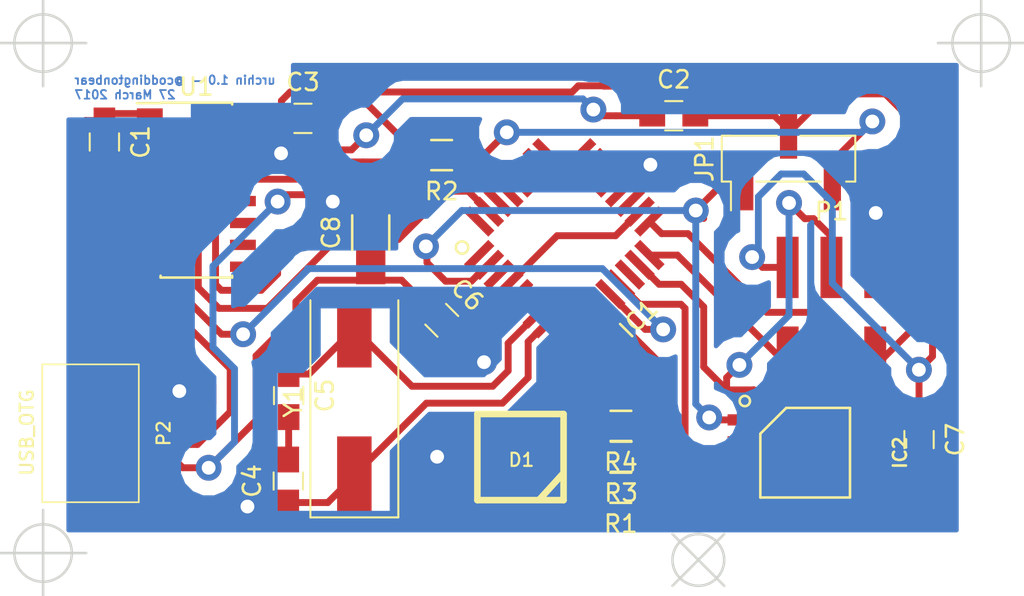
<source format=kicad_pcb>
(kicad_pcb (version 20160815) (host pcbnew "(2016-12-18 revision 3ffa37c)-master")

  (general
    (links 54)
    (no_connects 0)
    (area 0 0 0 0)
    (thickness 1.6)
    (drawings 7)
    (tracks 329)
    (zones 0)
    (modules 20)
    (nets 49)
  )

  (page USLetter)
  (layers
    (0 F.Cu signal)
    (31 B.Cu signal)
    (32 B.Adhes user)
    (33 F.Adhes user)
    (34 B.Paste user)
    (35 F.Paste user)
    (36 B.SilkS user)
    (37 F.SilkS user)
    (38 B.Mask user)
    (39 F.Mask user)
    (40 Dwgs.User user)
    (41 Cmts.User user)
    (42 Eco1.User user)
    (43 Eco2.User user)
    (44 Edge.Cuts user)
    (45 Margin user)
    (46 B.CrtYd user)
    (47 F.CrtYd user)
    (48 B.Fab user)
    (49 F.Fab user)
  )

  (setup
    (last_trace_width 0.4)
    (user_trace_width 0.5)
    (trace_clearance 0.17)
    (zone_clearance 0.85)
    (zone_45_only yes)
    (trace_min 0.2)
    (segment_width 0.2)
    (edge_width 0.15)
    (via_size 1.5)
    (via_drill 0.8)
    (via_min_size 0.4)
    (via_min_drill 0.3)
    (uvia_size 0.3)
    (uvia_drill 0.1)
    (uvias_allowed no)
    (uvia_min_size 0.2)
    (uvia_min_drill 0.1)
    (pcb_text_width 0.3)
    (pcb_text_size 1.5 1.5)
    (mod_edge_width 0.15)
    (mod_text_size 1 1)
    (mod_text_width 0.15)
    (pad_size 1.524 1.524)
    (pad_drill 0.762)
    (pad_to_mask_clearance 0.2)
    (aux_axis_origin 0 0)
    (visible_elements FFFFFFFF)
    (pcbplotparams
      (layerselection 0x00008_7ffffffe)
      (usegerberextensions false)
      (excludeedgelayer false)
      (linewidth 0.100000)
      (plotframeref false)
      (viasonmask true)
      (mode 1)
      (useauxorigin false)
      (hpglpennumber 1)
      (hpglpenspeed 20)
      (hpglpendiameter 15)
      (psnegative false)
      (psa4output false)
      (plotreference true)
      (plotvalue true)
      (plotinvisibletext false)
      (padsonsilk false)
      (subtractmaskfromsilk false)
      (outputformat 4)
      (mirror false)
      (drillshape 0)
      (scaleselection 1)
      (outputdirectory ""))
  )

  (net 0 "")
  (net 1 +5V)
  (net 2 GND)
  (net 3 "Net-(IC1-Pad14)")
  (net 4 "Net-(C2-Pad1)")
  (net 5 "Net-(IC1-Pad32)")
  (net 6 "Net-(IC1-Pad28)")
  (net 7 "Net-(IC1-Pad27)")
  (net 8 "Net-(IC1-Pad26)")
  (net 9 "Net-(IC1-Pad25)")
  (net 10 "Net-(IC1-Pad24)")
  (net 11 "Net-(IC1-Pad23)")
  (net 12 "Net-(IC1-Pad22)")
  (net 13 "Net-(IC1-Pad19)")
  (net 14 "Net-(IC1-Pad9)")
  (net 15 "Net-(IC1-Pad1)")
  (net 16 MISO)
  (net 17 SCK)
  (net 18 RST)
  (net 19 MOSI)
  (net 20 "Net-(P2-Pad2)")
  (net 21 "Net-(P2-Pad3)")
  (net 22 "Net-(P2-Pad4)")
  (net 23 RST-PROG)
  (net 24 "Net-(IC1-Pad3)")
  (net 25 "Net-(IC1-Pad6)")
  (net 26 "Net-(C5-Pad1)")
  (net 27 "Net-(C4-Pad1)")
  (net 28 LED-ERR)
  (net 29 LED-PMODE)
  (net 30 CLKOUT)
  (net 31 LED-HB)
  (net 32 "Net-(IC1-Pad20)")
  (net 33 RST-MC)
  (net 34 RXD)
  (net 35 TXD)
  (net 36 "Net-(D1-Pad5)")
  (net 37 "Net-(D1-Pad6)")
  (net 38 "Net-(D1-Pad4)")
  (net 39 "Net-(IC2-Pad2)")
  (net 40 "Net-(IC2-Pad3)")
  (net 41 "Net-(C1-Pad2)")
  (net 42 "Net-(U1-Pad15)")
  (net 43 "Net-(U1-Pad14)")
  (net 44 "Net-(U1-Pad12)")
  (net 45 "Net-(U1-Pad11)")
  (net 46 "Net-(U1-Pad10)")
  (net 47 "Net-(U1-Pad9)")
  (net 48 "Net-(U1-Pad8)")

  (net_class Default "This is the default net class."
    (clearance 0.17)
    (trace_width 0.4)
    (via_dia 1.5)
    (via_drill 0.8)
    (uvia_dia 0.3)
    (uvia_drill 0.1)
    (diff_pair_gap 0.25)
    (diff_pair_width 0.2)
    (add_net +5V)
    (add_net CLKOUT)
    (add_net GND)
    (add_net LED-ERR)
    (add_net LED-HB)
    (add_net LED-PMODE)
    (add_net MISO)
    (add_net MOSI)
    (add_net "Net-(C1-Pad2)")
    (add_net "Net-(C2-Pad1)")
    (add_net "Net-(C4-Pad1)")
    (add_net "Net-(C5-Pad1)")
    (add_net "Net-(D1-Pad4)")
    (add_net "Net-(D1-Pad5)")
    (add_net "Net-(D1-Pad6)")
    (add_net "Net-(IC1-Pad1)")
    (add_net "Net-(IC1-Pad14)")
    (add_net "Net-(IC1-Pad19)")
    (add_net "Net-(IC1-Pad20)")
    (add_net "Net-(IC1-Pad22)")
    (add_net "Net-(IC1-Pad23)")
    (add_net "Net-(IC1-Pad24)")
    (add_net "Net-(IC1-Pad25)")
    (add_net "Net-(IC1-Pad26)")
    (add_net "Net-(IC1-Pad27)")
    (add_net "Net-(IC1-Pad28)")
    (add_net "Net-(IC1-Pad3)")
    (add_net "Net-(IC1-Pad32)")
    (add_net "Net-(IC1-Pad6)")
    (add_net "Net-(IC1-Pad9)")
    (add_net "Net-(IC2-Pad2)")
    (add_net "Net-(IC2-Pad3)")
    (add_net "Net-(P2-Pad2)")
    (add_net "Net-(P2-Pad3)")
    (add_net "Net-(P2-Pad4)")
    (add_net "Net-(U1-Pad10)")
    (add_net "Net-(U1-Pad11)")
    (add_net "Net-(U1-Pad12)")
    (add_net "Net-(U1-Pad14)")
    (add_net "Net-(U1-Pad15)")
    (add_net "Net-(U1-Pad8)")
    (add_net "Net-(U1-Pad9)")
    (add_net RST)
    (add_net RST-MC)
    (add_net RST-PROG)
    (add_net RXD)
    (add_net SCK)
    (add_net TXD)
  )

  (module apexelectrix/apex-smd-resistors.pretty:R_1206_HandSoldering (layer F.Cu) (tedit 5418A20D) (tstamp 58AB5977)
    (at 128.4 97.2 90)
    (descr "Resistor SMD 1206, hand soldering")
    (tags "resistor 1206")
    (path /58AB6416)
    (attr smd)
    (fp_text reference C8 (at 0 -2.3 90) (layer F.SilkS)
      (effects (font (size 1 1) (thickness 0.15)))
    )
    (fp_text value 100u (at 0 2.3 90) (layer F.Fab)
      (effects (font (size 1 1) (thickness 0.15)))
    )
    (fp_line (start -3.3 -1.2) (end 3.3 -1.2) (layer F.CrtYd) (width 0.05))
    (fp_line (start -3.3 1.2) (end 3.3 1.2) (layer F.CrtYd) (width 0.05))
    (fp_line (start -3.3 -1.2) (end -3.3 1.2) (layer F.CrtYd) (width 0.05))
    (fp_line (start 3.3 -1.2) (end 3.3 1.2) (layer F.CrtYd) (width 0.05))
    (fp_line (start 1 1.075) (end -1 1.075) (layer F.SilkS) (width 0.15))
    (fp_line (start -1 -1.075) (end 1 -1.075) (layer F.SilkS) (width 0.15))
    (pad 1 smd rect (at -2 0 90) (size 2 1.7) (layers F.Cu F.Paste F.Mask)
      (net 1 +5V))
    (pad 2 smd rect (at 2 0 90) (size 2 1.7) (layers F.Cu F.Paste F.Mask)
      (net 2 GND))
    (model Resistors_SMD.3dshapes/R_1206_HandSoldering.wrl
      (at (xyz 0 0 0))
      (scale (xyz 1 1 1))
      (rotate (xyz 0 0 0))
    )
  )

  (module urchin:SLV6A-FKB (layer F.Cu) (tedit 58AABC61) (tstamp 58AAC8E5)
    (at 137.084 110.23)
    (path /58AACE6F)
    (fp_text reference D1 (at 0.05334 0.16256) (layer F.SilkS)
      (effects (font (size 0.762 0.762) (thickness 0.127)))
    )
    (fp_text value LED_RGB (at 0 3.429) (layer F.SilkS) hide
      (effects (font (size 0.762 0.762) (thickness 0.127)))
    )
    (fp_line (start 1.143 2.413) (end 2.413 1.016) (layer F.SilkS) (width 0.381))
    (fp_line (start -2.49936 2.49936) (end -2.49936 -2.49936) (layer F.SilkS) (width 0.381))
    (fp_line (start -2.49936 -2.49936) (end 2.49936 -2.49936) (layer F.SilkS) (width 0.381))
    (fp_line (start 2.49936 -2.49936) (end 2.49936 2.49936) (layer F.SilkS) (width 0.381))
    (fp_line (start 2.49936 2.49936) (end -2.49936 2.49936) (layer F.SilkS) (width 0.381))
    (pad 3 smd rect (at -2.49936 -1.6002 90) (size 0.89916 1.50114) (layers F.Cu F.Paste F.Mask)
      (net 2 GND))
    (pad 2 smd rect (at -2.49936 0 90) (size 0.89916 1.50114) (layers F.Cu F.Paste F.Mask)
      (net 2 GND))
    (pad 1 smd rect (at -2.49936 1.6002 90) (size 0.89916 1.50114) (layers F.Cu F.Paste F.Mask)
      (net 2 GND))
    (pad 6 smd rect (at 2.49936 1.6002 90) (size 0.89916 1.50114) (layers F.Cu F.Paste F.Mask)
      (net 37 "Net-(D1-Pad6)"))
    (pad 5 smd rect (at 2.49936 0 90) (size 0.89916 1.50114) (layers F.Cu F.Paste F.Mask)
      (net 36 "Net-(D1-Pad5)"))
    (pad 4 smd rect (at 2.49936 -1.6002 90) (size 0.89916 1.50114) (layers F.Cu F.Paste F.Mask)
      (net 38 "Net-(D1-Pad4)"))
  )

  (module Crystals:Crystal_SMD_HC49-SD (layer F.Cu) (tedit 5873B462) (tstamp 58AAC24D)
    (at 127.45 107.03 90)
    (descr "SMD Crystal HC-49-SD http://cdn-reichelt.de/documents/datenblatt/B400/xxx-HC49-SMD.pdf, 11.4x4.7mm^2 package")
    (tags "SMD SMT crystal")
    (path /58AAD89B)
    (attr smd)
    (fp_text reference Y1 (at 0 -3.55 90) (layer F.SilkS)
      (effects (font (size 1 1) (thickness 0.15)))
    )
    (fp_text value 12M (at 0 3.55 90) (layer F.Fab)
      (effects (font (size 1 1) (thickness 0.15)))
    )
    (fp_line (start 6.8 -2.6) (end -6.8 -2.6) (layer F.CrtYd) (width 0.05))
    (fp_line (start 6.8 2.6) (end 6.8 -2.6) (layer F.CrtYd) (width 0.05))
    (fp_line (start -6.8 2.6) (end 6.8 2.6) (layer F.CrtYd) (width 0.05))
    (fp_line (start -6.8 -2.6) (end -6.8 2.6) (layer F.CrtYd) (width 0.05))
    (fp_line (start -6.7 2.55) (end 5.9 2.55) (layer F.SilkS) (width 0.12))
    (fp_line (start -6.7 -2.55) (end -6.7 2.55) (layer F.SilkS) (width 0.12))
    (fp_line (start 5.9 -2.55) (end -6.7 -2.55) (layer F.SilkS) (width 0.12))
    (fp_line (start -3.015 2.115) (end 3.015 2.115) (layer F.Fab) (width 0.1))
    (fp_line (start -3.015 -2.115) (end 3.015 -2.115) (layer F.Fab) (width 0.1))
    (fp_line (start 5.7 -2.35) (end -5.7 -2.35) (layer F.Fab) (width 0.1))
    (fp_line (start 5.7 2.35) (end 5.7 -2.35) (layer F.Fab) (width 0.1))
    (fp_line (start -5.7 2.35) (end 5.7 2.35) (layer F.Fab) (width 0.1))
    (fp_line (start -5.7 -2.35) (end -5.7 2.35) (layer F.Fab) (width 0.1))
    (fp_arc (start 3.015 0) (end 3.015 -2.115) (angle 180) (layer F.Fab) (width 0.1))
    (fp_arc (start -3.015 0) (end -3.015 -2.115) (angle -180) (layer F.Fab) (width 0.1))
    (pad 2 smd rect (at 4.25 0 90) (size 4.5 2) (layers F.Cu F.Mask)
      (net 26 "Net-(C5-Pad1)"))
    (pad 1 smd rect (at -4.25 0 90) (size 4.5 2) (layers F.Cu F.Mask)
      (net 27 "Net-(C4-Pad1)"))
    (model Crystals.3dshapes/Crystal_SMD_HC49-SD.wrl
      (at (xyz 0 0 0))
      (scale (xyz 1 1 1))
      (rotate (xyz 0 0 0))
    )
  )

  (module Housings_SOIC:SOIC-16_3.9x9.9mm_Pitch1.27mm (layer F.Cu) (tedit 574D979F) (tstamp 58AAC221)
    (at 118.288 94.736)
    (descr "16-Lead Plastic Small Outline (SL) - Narrow, 3.90 mm Body [SOIC] (see Microchip Packaging Specification 00000049BS.pdf)")
    (tags "SOIC 1.27")
    (path /58AAAC40)
    (attr smd)
    (fp_text reference U1 (at 0 -6) (layer F.SilkS)
      (effects (font (size 1 1) (thickness 0.15)))
    )
    (fp_text value CH340G (at 0 6) (layer F.Fab)
      (effects (font (size 1 1) (thickness 0.15)))
    )
    (fp_line (start -2.075 -5.05) (end -3.45 -5.05) (layer F.SilkS) (width 0.15))
    (fp_line (start -2.075 5.075) (end 2.075 5.075) (layer F.SilkS) (width 0.15))
    (fp_line (start -2.075 -5.075) (end 2.075 -5.075) (layer F.SilkS) (width 0.15))
    (fp_line (start -2.075 5.075) (end -2.075 4.97) (layer F.SilkS) (width 0.15))
    (fp_line (start 2.075 5.075) (end 2.075 4.97) (layer F.SilkS) (width 0.15))
    (fp_line (start 2.075 -5.075) (end 2.075 -4.97) (layer F.SilkS) (width 0.15))
    (fp_line (start -2.075 -5.075) (end -2.075 -5.05) (layer F.SilkS) (width 0.15))
    (fp_line (start -3.7 5.25) (end 3.7 5.25) (layer F.CrtYd) (width 0.05))
    (fp_line (start -3.7 -5.25) (end 3.7 -5.25) (layer F.CrtYd) (width 0.05))
    (fp_line (start 3.7 -5.25) (end 3.7 5.25) (layer F.CrtYd) (width 0.05))
    (fp_line (start -3.7 -5.25) (end -3.7 5.25) (layer F.CrtYd) (width 0.05))
    (fp_line (start -1.95 -3.95) (end -0.95 -4.95) (layer F.Fab) (width 0.15))
    (fp_line (start -1.95 4.95) (end -1.95 -3.95) (layer F.Fab) (width 0.15))
    (fp_line (start 1.95 4.95) (end -1.95 4.95) (layer F.Fab) (width 0.15))
    (fp_line (start 1.95 -4.95) (end 1.95 4.95) (layer F.Fab) (width 0.15))
    (fp_line (start -0.95 -4.95) (end 1.95 -4.95) (layer F.Fab) (width 0.15))
    (pad 16 smd rect (at 2.7 -4.445) (size 1.5 0.6) (layers F.Cu F.Paste F.Mask)
      (net 1 +5V))
    (pad 15 smd rect (at 2.7 -3.175) (size 1.5 0.6) (layers F.Cu F.Paste F.Mask)
      (net 42 "Net-(U1-Pad15)"))
    (pad 14 smd rect (at 2.7 -1.905) (size 1.5 0.6) (layers F.Cu F.Paste F.Mask)
      (net 43 "Net-(U1-Pad14)"))
    (pad 13 smd rect (at 2.7 -0.635) (size 1.5 0.6) (layers F.Cu F.Paste F.Mask)
      (net 4 "Net-(C2-Pad1)"))
    (pad 12 smd rect (at 2.7 0.635) (size 1.5 0.6) (layers F.Cu F.Paste F.Mask)
      (net 44 "Net-(U1-Pad12)"))
    (pad 11 smd rect (at 2.7 1.905) (size 1.5 0.6) (layers F.Cu F.Paste F.Mask)
      (net 45 "Net-(U1-Pad11)"))
    (pad 10 smd rect (at 2.7 3.175) (size 1.5 0.6) (layers F.Cu F.Paste F.Mask)
      (net 46 "Net-(U1-Pad10)"))
    (pad 9 smd rect (at 2.7 4.445) (size 1.5 0.6) (layers F.Cu F.Paste F.Mask)
      (net 47 "Net-(U1-Pad9)"))
    (pad 8 smd rect (at -2.7 4.445) (size 1.5 0.6) (layers F.Cu F.Paste F.Mask)
      (net 48 "Net-(U1-Pad8)"))
    (pad 7 smd rect (at -2.7 3.175) (size 1.5 0.6) (layers F.Cu F.Paste F.Mask)
      (net 30 CLKOUT))
    (pad 6 smd rect (at -2.7 1.905) (size 1.5 0.6) (layers F.Cu F.Paste F.Mask)
      (net 20 "Net-(P2-Pad2)"))
    (pad 5 smd rect (at -2.7 0.635) (size 1.5 0.6) (layers F.Cu F.Paste F.Mask)
      (net 21 "Net-(P2-Pad3)"))
    (pad 4 smd rect (at -2.7 -0.635) (size 1.5 0.6) (layers F.Cu F.Paste F.Mask)
      (net 41 "Net-(C1-Pad2)"))
    (pad 3 smd rect (at -2.7 -1.905) (size 1.5 0.6) (layers F.Cu F.Paste F.Mask)
      (net 35 TXD))
    (pad 2 smd rect (at -2.7 -3.175) (size 1.5 0.6) (layers F.Cu F.Paste F.Mask)
      (net 34 RXD))
    (pad 1 smd rect (at -2.7 -4.445) (size 1.5 0.6) (layers F.Cu F.Paste F.Mask)
      (net 2 GND))
    (model Housings_SOIC.3dshapes/SOIC-16_3.9x9.9mm_Pitch1.27mm.wrl
      (at (xyz 0 0 0))
      (scale (xyz 1 1 1))
      (rotate (xyz 0 0 0))
    )
  )

  (module KiCad/Capacitors_SMD.pretty:C_0805_HandSoldering (layer F.Cu) (tedit 541A9B8D) (tstamp 58AAC203)
    (at 160.198 109.214 270)
    (descr "Capacitor SMD 0805, hand soldering")
    (tags "capacitor 0805")
    (path /58AABAB9)
    (attr smd)
    (fp_text reference C7 (at 0 -2.1 270) (layer F.SilkS)
      (effects (font (size 1 1) (thickness 0.15)))
    )
    (fp_text value 0.1u (at 0 2.1 270) (layer F.Fab)
      (effects (font (size 1 1) (thickness 0.15)))
    )
    (fp_line (start -1 0.625) (end -1 -0.625) (layer F.Fab) (width 0.1))
    (fp_line (start 1 0.625) (end -1 0.625) (layer F.Fab) (width 0.1))
    (fp_line (start 1 -0.625) (end 1 0.625) (layer F.Fab) (width 0.1))
    (fp_line (start -1 -0.625) (end 1 -0.625) (layer F.Fab) (width 0.1))
    (fp_line (start -2.3 -1) (end 2.3 -1) (layer F.CrtYd) (width 0.05))
    (fp_line (start -2.3 1) (end 2.3 1) (layer F.CrtYd) (width 0.05))
    (fp_line (start -2.3 -1) (end -2.3 1) (layer F.CrtYd) (width 0.05))
    (fp_line (start 2.3 -1) (end 2.3 1) (layer F.CrtYd) (width 0.05))
    (fp_line (start 0.5 -0.85) (end -0.5 -0.85) (layer F.SilkS) (width 0.12))
    (fp_line (start -0.5 0.85) (end 0.5 0.85) (layer F.SilkS) (width 0.12))
    (pad 1 smd rect (at -1.25 0 270) (size 1.5 1.25) (layers F.Cu F.Paste F.Mask)
      (net 1 +5V))
    (pad 2 smd rect (at 1.25 0 270) (size 1.5 1.25) (layers F.Cu F.Paste F.Mask)
      (net 2 GND))
    (model Capacitors_SMD.3dshapes/C_0805_HandSoldering.wrl
      (at (xyz 0 0 0))
      (scale (xyz 1 1 1))
      (rotate (xyz 0 0 0))
    )
  )

  (module KiCad/Capacitors_SMD.pretty:C_0805_HandSoldering (layer F.Cu) (tedit 541A9B8D) (tstamp 58AAC1F3)
    (at 132.52 102.29 315)
    (descr "Capacitor SMD 0805, hand soldering")
    (tags "capacitor 0805")
    (path /58AAA98C)
    (attr smd)
    (fp_text reference C6 (at 0 -2.1 315) (layer F.SilkS)
      (effects (font (size 1 1) (thickness 0.15)))
    )
    (fp_text value 0.1u (at 0 2.1 315) (layer F.Fab)
      (effects (font (size 1 1) (thickness 0.15)))
    )
    (fp_line (start -0.5 0.85) (end 0.5 0.85) (layer F.SilkS) (width 0.12))
    (fp_line (start 0.5 -0.85) (end -0.5 -0.85) (layer F.SilkS) (width 0.12))
    (fp_line (start 2.3 -1) (end 2.3 1) (layer F.CrtYd) (width 0.05))
    (fp_line (start -2.3 -1) (end -2.3 1) (layer F.CrtYd) (width 0.05))
    (fp_line (start -2.3 1) (end 2.3 1) (layer F.CrtYd) (width 0.05))
    (fp_line (start -2.3 -1) (end 2.3 -1) (layer F.CrtYd) (width 0.05))
    (fp_line (start -1 -0.625) (end 1 -0.625) (layer F.Fab) (width 0.1))
    (fp_line (start 1 -0.625) (end 1 0.625) (layer F.Fab) (width 0.1))
    (fp_line (start 1 0.625) (end -1 0.625) (layer F.Fab) (width 0.1))
    (fp_line (start -1 0.625) (end -1 -0.625) (layer F.Fab) (width 0.1))
    (pad 2 smd rect (at 1.249999 0 315) (size 1.5 1.25) (layers F.Cu F.Paste F.Mask)
      (net 2 GND))
    (pad 1 smd rect (at -1.249999 0 315) (size 1.5 1.25) (layers F.Cu F.Paste F.Mask)
      (net 1 +5V))
    (model Capacitors_SMD.3dshapes/C_0805_HandSoldering.wrl
      (at (xyz 0 0 0))
      (scale (xyz 1 1 1))
      (rotate (xyz 0 0 0))
    )
  )

  (module KiCad/Capacitors_SMD.pretty:C_0805_HandSoldering (layer F.Cu) (tedit 541A9B8D) (tstamp 58AAC1E3)
    (at 123.64 106.66 270)
    (descr "Capacitor SMD 0805, hand soldering")
    (tags "capacitor 0805")
    (path /58AAD906)
    (attr smd)
    (fp_text reference C5 (at 0 -2.1 270) (layer F.SilkS)
      (effects (font (size 1 1) (thickness 0.15)))
    )
    (fp_text value 22p (at 0 2.1 270) (layer F.Fab)
      (effects (font (size 1 1) (thickness 0.15)))
    )
    (fp_line (start -1 0.625) (end -1 -0.625) (layer F.Fab) (width 0.1))
    (fp_line (start 1 0.625) (end -1 0.625) (layer F.Fab) (width 0.1))
    (fp_line (start 1 -0.625) (end 1 0.625) (layer F.Fab) (width 0.1))
    (fp_line (start -1 -0.625) (end 1 -0.625) (layer F.Fab) (width 0.1))
    (fp_line (start -2.3 -1) (end 2.3 -1) (layer F.CrtYd) (width 0.05))
    (fp_line (start -2.3 1) (end 2.3 1) (layer F.CrtYd) (width 0.05))
    (fp_line (start -2.3 -1) (end -2.3 1) (layer F.CrtYd) (width 0.05))
    (fp_line (start 2.3 -1) (end 2.3 1) (layer F.CrtYd) (width 0.05))
    (fp_line (start 0.5 -0.85) (end -0.5 -0.85) (layer F.SilkS) (width 0.12))
    (fp_line (start -0.5 0.85) (end 0.5 0.85) (layer F.SilkS) (width 0.12))
    (pad 1 smd rect (at -1.25 0 270) (size 1.5 1.25) (layers F.Cu F.Paste F.Mask)
      (net 26 "Net-(C5-Pad1)"))
    (pad 2 smd rect (at 1.25 0 270) (size 1.5 1.25) (layers F.Cu F.Paste F.Mask)
      (net 2 GND))
    (model Capacitors_SMD.3dshapes/C_0805_HandSoldering.wrl
      (at (xyz 0 0 0))
      (scale (xyz 1 1 1))
      (rotate (xyz 0 0 0))
    )
  )

  (module KiCad/Capacitors_SMD.pretty:C_0805_HandSoldering (layer F.Cu) (tedit 541A9B8D) (tstamp 58AAC1D3)
    (at 123.62 111.62 90)
    (descr "Capacitor SMD 0805, hand soldering")
    (tags "capacitor 0805")
    (path /58AAD9D6)
    (attr smd)
    (fp_text reference C4 (at 0 -2.1 90) (layer F.SilkS)
      (effects (font (size 1 1) (thickness 0.15)))
    )
    (fp_text value 22p (at 0 2.1 90) (layer F.Fab)
      (effects (font (size 1 1) (thickness 0.15)))
    )
    (fp_line (start -0.5 0.85) (end 0.5 0.85) (layer F.SilkS) (width 0.12))
    (fp_line (start 0.5 -0.85) (end -0.5 -0.85) (layer F.SilkS) (width 0.12))
    (fp_line (start 2.3 -1) (end 2.3 1) (layer F.CrtYd) (width 0.05))
    (fp_line (start -2.3 -1) (end -2.3 1) (layer F.CrtYd) (width 0.05))
    (fp_line (start -2.3 1) (end 2.3 1) (layer F.CrtYd) (width 0.05))
    (fp_line (start -2.3 -1) (end 2.3 -1) (layer F.CrtYd) (width 0.05))
    (fp_line (start -1 -0.625) (end 1 -0.625) (layer F.Fab) (width 0.1))
    (fp_line (start 1 -0.625) (end 1 0.625) (layer F.Fab) (width 0.1))
    (fp_line (start 1 0.625) (end -1 0.625) (layer F.Fab) (width 0.1))
    (fp_line (start -1 0.625) (end -1 -0.625) (layer F.Fab) (width 0.1))
    (pad 2 smd rect (at 1.25 0 90) (size 1.5 1.25) (layers F.Cu F.Paste F.Mask)
      (net 2 GND))
    (pad 1 smd rect (at -1.25 0 90) (size 1.5 1.25) (layers F.Cu F.Paste F.Mask)
      (net 27 "Net-(C4-Pad1)"))
    (model Capacitors_SMD.3dshapes/C_0805_HandSoldering.wrl
      (at (xyz 0 0 0))
      (scale (xyz 1 1 1))
      (rotate (xyz 0 0 0))
    )
  )

  (module KiCad/Capacitors_SMD.pretty:C_0805_HandSoldering (layer F.Cu) (tedit 541A9B8D) (tstamp 58AAC1C3)
    (at 124.47 90.57)
    (descr "Capacitor SMD 0805, hand soldering")
    (tags "capacitor 0805")
    (path /58AAB3A6)
    (attr smd)
    (fp_text reference C3 (at 0 -2.1) (layer F.SilkS)
      (effects (font (size 1 1) (thickness 0.15)))
    )
    (fp_text value 0.1u (at 0 2.1) (layer F.Fab)
      (effects (font (size 1 1) (thickness 0.15)))
    )
    (fp_line (start -1 0.625) (end -1 -0.625) (layer F.Fab) (width 0.1))
    (fp_line (start 1 0.625) (end -1 0.625) (layer F.Fab) (width 0.1))
    (fp_line (start 1 -0.625) (end 1 0.625) (layer F.Fab) (width 0.1))
    (fp_line (start -1 -0.625) (end 1 -0.625) (layer F.Fab) (width 0.1))
    (fp_line (start -2.3 -1) (end 2.3 -1) (layer F.CrtYd) (width 0.05))
    (fp_line (start -2.3 1) (end 2.3 1) (layer F.CrtYd) (width 0.05))
    (fp_line (start -2.3 -1) (end -2.3 1) (layer F.CrtYd) (width 0.05))
    (fp_line (start 2.3 -1) (end 2.3 1) (layer F.CrtYd) (width 0.05))
    (fp_line (start 0.5 -0.85) (end -0.5 -0.85) (layer F.SilkS) (width 0.12))
    (fp_line (start -0.5 0.85) (end 0.5 0.85) (layer F.SilkS) (width 0.12))
    (pad 1 smd rect (at -1.25 0) (size 1.5 1.25) (layers F.Cu F.Paste F.Mask)
      (net 1 +5V))
    (pad 2 smd rect (at 1.25 0) (size 1.5 1.25) (layers F.Cu F.Paste F.Mask)
      (net 2 GND))
    (model Capacitors_SMD.3dshapes/C_0805_HandSoldering.wrl
      (at (xyz 0 0 0))
      (scale (xyz 1 1 1))
      (rotate (xyz 0 0 0))
    )
  )

  (module KiCad/Capacitors_SMD.pretty:C_0805_HandSoldering (layer F.Cu) (tedit 541A9B8D) (tstamp 58AAC1B3)
    (at 145.974 90.418)
    (descr "Capacitor SMD 0805, hand soldering")
    (tags "capacitor 0805")
    (path /58AAACFE)
    (attr smd)
    (fp_text reference C2 (at 0 -2.1) (layer F.SilkS)
      (effects (font (size 1 1) (thickness 0.15)))
    )
    (fp_text value 0.1u (at 0 2.1) (layer F.Fab)
      (effects (font (size 1 1) (thickness 0.15)))
    )
    (fp_line (start -0.5 0.85) (end 0.5 0.85) (layer F.SilkS) (width 0.12))
    (fp_line (start 0.5 -0.85) (end -0.5 -0.85) (layer F.SilkS) (width 0.12))
    (fp_line (start 2.3 -1) (end 2.3 1) (layer F.CrtYd) (width 0.05))
    (fp_line (start -2.3 -1) (end -2.3 1) (layer F.CrtYd) (width 0.05))
    (fp_line (start -2.3 1) (end 2.3 1) (layer F.CrtYd) (width 0.05))
    (fp_line (start -2.3 -1) (end 2.3 -1) (layer F.CrtYd) (width 0.05))
    (fp_line (start -1 -0.625) (end 1 -0.625) (layer F.Fab) (width 0.1))
    (fp_line (start 1 -0.625) (end 1 0.625) (layer F.Fab) (width 0.1))
    (fp_line (start 1 0.625) (end -1 0.625) (layer F.Fab) (width 0.1))
    (fp_line (start -1 0.625) (end -1 -0.625) (layer F.Fab) (width 0.1))
    (pad 2 smd rect (at 1.25 0) (size 1.5 1.25) (layers F.Cu F.Paste F.Mask)
      (net 18 RST))
    (pad 1 smd rect (at -1.25 0) (size 1.5 1.25) (layers F.Cu F.Paste F.Mask)
      (net 4 "Net-(C2-Pad1)"))
    (model Capacitors_SMD.3dshapes/C_0805_HandSoldering.wrl
      (at (xyz 0 0 0))
      (scale (xyz 1 1 1))
      (rotate (xyz 0 0 0))
    )
  )

  (module KiCad/Capacitors_SMD.pretty:C_0805_HandSoldering (layer F.Cu) (tedit 541A9B8D) (tstamp 58AAC1A3)
    (at 112.954 91.942 270)
    (descr "Capacitor SMD 0805, hand soldering")
    (tags "capacitor 0805")
    (path /58AAAF0B)
    (attr smd)
    (fp_text reference C1 (at 0 -2.1 270) (layer F.SilkS)
      (effects (font (size 1 1) (thickness 0.15)))
    )
    (fp_text value 0.1u (at 0 2.1 270) (layer F.Fab)
      (effects (font (size 1 1) (thickness 0.15)))
    )
    (fp_line (start -1 0.625) (end -1 -0.625) (layer F.Fab) (width 0.1))
    (fp_line (start 1 0.625) (end -1 0.625) (layer F.Fab) (width 0.1))
    (fp_line (start 1 -0.625) (end 1 0.625) (layer F.Fab) (width 0.1))
    (fp_line (start -1 -0.625) (end 1 -0.625) (layer F.Fab) (width 0.1))
    (fp_line (start -2.3 -1) (end 2.3 -1) (layer F.CrtYd) (width 0.05))
    (fp_line (start -2.3 1) (end 2.3 1) (layer F.CrtYd) (width 0.05))
    (fp_line (start -2.3 -1) (end -2.3 1) (layer F.CrtYd) (width 0.05))
    (fp_line (start 2.3 -1) (end 2.3 1) (layer F.CrtYd) (width 0.05))
    (fp_line (start 0.5 -0.85) (end -0.5 -0.85) (layer F.SilkS) (width 0.12))
    (fp_line (start -0.5 0.85) (end 0.5 0.85) (layer F.SilkS) (width 0.12))
    (pad 1 smd rect (at -1.25 0 270) (size 1.5 1.25) (layers F.Cu F.Paste F.Mask)
      (net 2 GND))
    (pad 2 smd rect (at 1.25 0 270) (size 1.5 1.25) (layers F.Cu F.Paste F.Mask)
      (net 41 "Net-(C1-Pad2)"))
    (model Capacitors_SMD.3dshapes/C_0805_HandSoldering.wrl
      (at (xyz 0 0 0))
      (scale (xyz 1 1 1))
      (rotate (xyz 0 0 0))
    )
  )

  (module Resistors_SMD:R_0805_HandSoldering (layer F.Cu) (tedit 58307B90) (tstamp 58AAC17D)
    (at 142.922 110.21 180)
    (descr "Resistor SMD 0805, hand soldering")
    (tags "resistor 0805")
    (path /58AAD3DB)
    (attr smd)
    (fp_text reference R3 (at 0 -2.1 180) (layer F.SilkS)
      (effects (font (size 1 1) (thickness 0.15)))
    )
    (fp_text value R_Small (at 0 2.1 180) (layer F.Fab)
      (effects (font (size 1 1) (thickness 0.15)))
    )
    (fp_line (start -0.6 -0.875) (end 0.6 -0.875) (layer F.SilkS) (width 0.15))
    (fp_line (start 0.6 0.875) (end -0.6 0.875) (layer F.SilkS) (width 0.15))
    (fp_line (start 2.4 -1) (end 2.4 1) (layer F.CrtYd) (width 0.05))
    (fp_line (start -2.4 -1) (end -2.4 1) (layer F.CrtYd) (width 0.05))
    (fp_line (start -2.4 1) (end 2.4 1) (layer F.CrtYd) (width 0.05))
    (fp_line (start -2.4 -1) (end 2.4 -1) (layer F.CrtYd) (width 0.05))
    (fp_line (start -1 -0.625) (end 1 -0.625) (layer F.Fab) (width 0.1))
    (fp_line (start 1 -0.625) (end 1 0.625) (layer F.Fab) (width 0.1))
    (fp_line (start 1 0.625) (end -1 0.625) (layer F.Fab) (width 0.1))
    (fp_line (start -1 0.625) (end -1 -0.625) (layer F.Fab) (width 0.1))
    (pad 2 smd rect (at 1.35 0 180) (size 1.5 1.3) (layers F.Cu F.Paste F.Mask)
      (net 36 "Net-(D1-Pad5)"))
    (pad 1 smd rect (at -1.35 0 180) (size 1.5 1.3) (layers F.Cu F.Paste F.Mask)
      (net 29 LED-PMODE))
    (model Resistors_SMD.3dshapes/R_0805_HandSoldering.wrl
      (at (xyz 0 0 0))
      (scale (xyz 1 1 1))
      (rotate (xyz 0 0 0))
    )
  )

  (module Resistors_SMD:R_0805_HandSoldering (layer F.Cu) (tedit 58307B90) (tstamp 58AAC16D)
    (at 132.512 92.704 180)
    (descr "Resistor SMD 0805, hand soldering")
    (tags "resistor 0805")
    (path /58AAAE3A)
    (attr smd)
    (fp_text reference R2 (at 0 -2.1 180) (layer F.SilkS)
      (effects (font (size 1 1) (thickness 0.15)))
    )
    (fp_text value 10k (at 0 2.1 180) (layer F.Fab)
      (effects (font (size 1 1) (thickness 0.15)))
    )
    (fp_line (start -1 0.625) (end -1 -0.625) (layer F.Fab) (width 0.1))
    (fp_line (start 1 0.625) (end -1 0.625) (layer F.Fab) (width 0.1))
    (fp_line (start 1 -0.625) (end 1 0.625) (layer F.Fab) (width 0.1))
    (fp_line (start -1 -0.625) (end 1 -0.625) (layer F.Fab) (width 0.1))
    (fp_line (start -2.4 -1) (end 2.4 -1) (layer F.CrtYd) (width 0.05))
    (fp_line (start -2.4 1) (end 2.4 1) (layer F.CrtYd) (width 0.05))
    (fp_line (start -2.4 -1) (end -2.4 1) (layer F.CrtYd) (width 0.05))
    (fp_line (start 2.4 -1) (end 2.4 1) (layer F.CrtYd) (width 0.05))
    (fp_line (start 0.6 0.875) (end -0.6 0.875) (layer F.SilkS) (width 0.15))
    (fp_line (start -0.6 -0.875) (end 0.6 -0.875) (layer F.SilkS) (width 0.15))
    (pad 1 smd rect (at -1.35 0 180) (size 1.5 1.3) (layers F.Cu F.Paste F.Mask)
      (net 33 RST-MC))
    (pad 2 smd rect (at 1.35 0 180) (size 1.5 1.3) (layers F.Cu F.Paste F.Mask)
      (net 1 +5V))
    (model Resistors_SMD.3dshapes/R_0805_HandSoldering.wrl
      (at (xyz 0 0 0))
      (scale (xyz 1 1 1))
      (rotate (xyz 0 0 0))
    )
  )

  (module Resistors_SMD:R_0805_HandSoldering (layer F.Cu) (tedit 58307B90) (tstamp 58AAC15D)
    (at 142.9 112.01 180)
    (descr "Resistor SMD 0805, hand soldering")
    (tags "resistor 0805")
    (path /58AAD35B)
    (attr smd)
    (fp_text reference R1 (at 0 -2.1 180) (layer F.SilkS)
      (effects (font (size 1 1) (thickness 0.15)))
    )
    (fp_text value R_Small (at 0 2.1 180) (layer F.Fab)
      (effects (font (size 1 1) (thickness 0.15)))
    )
    (fp_line (start -0.6 -0.875) (end 0.6 -0.875) (layer F.SilkS) (width 0.15))
    (fp_line (start 0.6 0.875) (end -0.6 0.875) (layer F.SilkS) (width 0.15))
    (fp_line (start 2.4 -1) (end 2.4 1) (layer F.CrtYd) (width 0.05))
    (fp_line (start -2.4 -1) (end -2.4 1) (layer F.CrtYd) (width 0.05))
    (fp_line (start -2.4 1) (end 2.4 1) (layer F.CrtYd) (width 0.05))
    (fp_line (start -2.4 -1) (end 2.4 -1) (layer F.CrtYd) (width 0.05))
    (fp_line (start -1 -0.625) (end 1 -0.625) (layer F.Fab) (width 0.1))
    (fp_line (start 1 -0.625) (end 1 0.625) (layer F.Fab) (width 0.1))
    (fp_line (start 1 0.625) (end -1 0.625) (layer F.Fab) (width 0.1))
    (fp_line (start -1 0.625) (end -1 -0.625) (layer F.Fab) (width 0.1))
    (pad 2 smd rect (at 1.35 0 180) (size 1.5 1.3) (layers F.Cu F.Paste F.Mask)
      (net 37 "Net-(D1-Pad6)"))
    (pad 1 smd rect (at -1.35 0 180) (size 1.5 1.3) (layers F.Cu F.Paste F.Mask)
      (net 28 LED-ERR))
    (model Resistors_SMD.3dshapes/R_0805_HandSoldering.wrl
      (at (xyz 0 0 0))
      (scale (xyz 1 1 1))
      (rotate (xyz 0 0 0))
    )
  )

  (module sherifeid/RoboLib.pretty:TQFP32_ATMEGA328P (layer F.Cu) (tedit 56AD8EAC) (tstamp 58AAC0DF)
    (at 139.624 97.53 45)
    (path /58AAA754)
    (fp_text reference IC1 (at -0.254 6.35 45) (layer F.SilkS)
      (effects (font (size 1 1) (thickness 0.15)))
    )
    (fp_text value ATMEGA328PB-A (at -0.508 -6.35 45) (layer F.Fab)
      (effects (font (size 1 1) (thickness 0.15)))
    )
    (fp_line (start -5.334 -5.334) (end -5.334 5.334) (layer F.CrtYd) (width 0.15))
    (fp_line (start -5.334 5.334) (end 5.334 5.334) (layer F.CrtYd) (width 0.15))
    (fp_line (start 5.334 5.334) (end 5.334 -5.334) (layer F.CrtYd) (width 0.15))
    (fp_line (start 5.334 -5.334) (end -5.334 -5.334) (layer F.CrtYd) (width 0.15))
    (fp_circle (center -4.572 -3.81) (end -4.826 -4.064) (layer F.SilkS) (width 0.15))
    (pad 1 smd rect (at -4.18 -2.8 45) (size 2 0.5) (layers F.Cu F.Paste F.Mask)
      (net 15 "Net-(IC1-Pad1)"))
    (pad 2 smd rect (at -4.18 -2 45) (size 2 0.5) (layers F.Cu F.Paste F.Mask)
      (net 23 RST-PROG))
    (pad 3 smd rect (at -4.18 -1.2 45) (size 2 0.5) (layers F.Cu F.Paste F.Mask)
      (net 24 "Net-(IC1-Pad3)"))
    (pad 4 smd rect (at -4.18 -0.4 45) (size 2 0.5) (layers F.Cu F.Paste F.Mask)
      (net 1 +5V))
    (pad 5 smd rect (at -4.18 0.4 45) (size 2 0.5) (layers F.Cu F.Paste F.Mask)
      (net 2 GND))
    (pad 6 smd rect (at -4.18 1.2 45) (size 2 0.5) (layers F.Cu F.Paste F.Mask)
      (net 25 "Net-(IC1-Pad6)"))
    (pad 7 smd rect (at -4.18 2 45) (size 2 0.5) (layers F.Cu F.Paste F.Mask)
      (net 26 "Net-(C5-Pad1)"))
    (pad 8 smd rect (at -4.18 2.8 45) (size 2 0.5) (layers F.Cu F.Paste F.Mask)
      (net 27 "Net-(C4-Pad1)"))
    (pad 9 smd rect (at -2.8 4.18 45) (size 0.5 2) (layers F.Cu F.Paste F.Mask)
      (net 14 "Net-(IC1-Pad9)"))
    (pad 10 smd rect (at -2 4.17 45) (size 0.5 2) (layers F.Cu F.Paste F.Mask)
      (net 31 LED-HB))
    (pad 11 smd rect (at -1.2 4.18 45) (size 0.5 2) (layers F.Cu F.Paste F.Mask)
      (net 29 LED-PMODE))
    (pad 12 smd rect (at -0.4 4.18 45) (size 0.5 2) (layers F.Cu F.Paste F.Mask)
      (net 30 CLKOUT))
    (pad 13 smd rect (at 0.4 4.18 45) (size 0.5 2) (layers F.Cu F.Paste F.Mask)
      (net 28 LED-ERR))
    (pad 14 smd rect (at 1.2 4.18 45) (size 0.5 2) (layers F.Cu F.Paste F.Mask)
      (net 3 "Net-(IC1-Pad14)"))
    (pad 15 smd rect (at 2 4.18 45) (size 0.5 2) (layers F.Cu F.Paste F.Mask)
      (net 19 MOSI))
    (pad 16 smd rect (at 2.8 4.18 45) (size 0.5 2) (layers F.Cu F.Paste F.Mask)
      (net 16 MISO))
    (pad 17 smd rect (at 4.18 2.8 45) (size 2 0.5) (layers F.Cu F.Paste F.Mask)
      (net 17 SCK))
    (pad 18 smd rect (at 4.18 2 45) (size 2 0.5) (layers F.Cu F.Paste F.Mask)
      (net 1 +5V))
    (pad 19 smd rect (at 4.18 1.2 45) (size 2 0.5) (layers F.Cu F.Paste F.Mask)
      (net 13 "Net-(IC1-Pad19)"))
    (pad 20 smd rect (at 4.18 0.4 45) (size 2 0.5) (layers F.Cu F.Paste F.Mask)
      (net 32 "Net-(IC1-Pad20)"))
    (pad 21 smd rect (at 4.18 -0.4 45) (size 2 0.5) (layers F.Cu F.Paste F.Mask)
      (net 2 GND))
    (pad 22 smd rect (at 4.18 -1.2 45) (size 2 0.5) (layers F.Cu F.Paste F.Mask)
      (net 12 "Net-(IC1-Pad22)"))
    (pad 23 smd rect (at 4.18 -2 45) (size 2 0.5) (layers F.Cu F.Paste F.Mask)
      (net 11 "Net-(IC1-Pad23)"))
    (pad 24 smd rect (at 4.18 -2.8 45) (size 2 0.5) (layers F.Cu F.Paste F.Mask)
      (net 10 "Net-(IC1-Pad24)"))
    (pad 25 smd rect (at 2.8 -4.18 45) (size 0.5 2) (layers F.Cu F.Paste F.Mask)
      (net 9 "Net-(IC1-Pad25)"))
    (pad 26 smd rect (at 2 -4.18 45) (size 0.5 2) (layers F.Cu F.Paste F.Mask)
      (net 8 "Net-(IC1-Pad26)"))
    (pad 27 smd rect (at 1.2 -4.18 45) (size 0.5 2) (layers F.Cu F.Paste F.Mask)
      (net 7 "Net-(IC1-Pad27)"))
    (pad 28 smd rect (at 0.4 -4.18 45) (size 0.5 2) (layers F.Cu F.Paste F.Mask)
      (net 6 "Net-(IC1-Pad28)"))
    (pad 29 smd rect (at -0.4 -4.18 45) (size 0.5 2) (layers F.Cu F.Paste F.Mask)
      (net 33 RST-MC))
    (pad 30 smd rect (at -1.2 -4.18 45) (size 0.5 2) (layers F.Cu F.Paste F.Mask)
      (net 34 RXD))
    (pad 31 smd rect (at -2 -4.18 45) (size 0.5 2) (layers F.Cu F.Paste F.Mask)
      (net 35 TXD))
    (pad 32 smd rect (at -2.8 -4.18 45) (size 0.5 2) (layers F.Cu F.Paste F.Mask)
      (net 5 "Net-(IC1-Pad32)"))
  )

  (module urchin:SMD_PIN_HEADER_02x03 (layer F.Cu) (tedit 58AAB861) (tstamp 58AAC08D)
    (at 155.118 102.61 180)
    (path /58AAA7D5)
    (fp_text reference P1 (at -0.01 6.64 180) (layer F.SilkS)
      (effects (font (size 1 1) (thickness 0.15)))
    )
    (fp_text value CONN_02X03 (at -0.01 -4.36 180) (layer F.Fab)
      (effects (font (size 1 1) (thickness 0.15)))
    )
    (pad 1 smd rect (at 2.54 -1.82 180) (size 1.27 3.56) (layers F.Cu F.Paste F.Mask)
      (net 16 MISO))
    (pad 3 smd rect (at 0 -1.82 180) (size 1.27 3.56) (layers F.Cu F.Paste F.Mask)
      (net 17 SCK))
    (pad 5 smd rect (at -2.54 -1.82 180) (size 1.27 3.56) (layers F.Cu F.Paste F.Mask)
      (net 18 RST))
    (pad 2 smd rect (at 2.54 3.39 180) (size 1.27 3.56) (layers F.Cu F.Paste F.Mask)
      (net 1 +5V))
    (pad 4 smd rect (at 0 3.39 180) (size 1.27 3.56) (layers F.Cu F.Paste F.Mask)
      (net 19 MOSI))
    (pad 6 smd rect (at -2.54 3.39 180) (size 1.27 3.56) (layers F.Cu F.Paste F.Mask)
      (net 2 GND))
  )

  (module KiCad/Pin_Headers.pretty:Pin_Header_Straight_1x03_Pitch2.54mm_SMD_Pin1Left (layer F.Cu) (tedit 588DAF27) (tstamp 58AABEF6)
    (at 152.63 92.91 90)
    (descr "surface-mounted straight pin header, 1x03, 2.54mm pitch, single row, style 1 (pin 1 left)")
    (tags "Surface mounted pin header SMD 1x03 2.54mm single row style1 pin1 left")
    (path /58AAAA5A)
    (attr smd)
    (fp_text reference JP1 (at 0 -4.87 90) (layer F.SilkS)
      (effects (font (size 1 1) (thickness 0.15)))
    )
    (fp_text value Jumper_NC_Dual (at 0 4.87 90) (layer F.Fab)
      (effects (font (size 1 1) (thickness 0.15)))
    )
    (fp_line (start -1.27 -3.81) (end -1.27 3.81) (layer F.Fab) (width 0.1))
    (fp_line (start -1.27 3.81) (end 1.27 3.81) (layer F.Fab) (width 0.1))
    (fp_line (start 1.27 3.81) (end 1.27 -3.81) (layer F.Fab) (width 0.1))
    (fp_line (start 1.27 -3.81) (end -1.27 -3.81) (layer F.Fab) (width 0.1))
    (fp_line (start -1.27 -2.86) (end -1.27 -2.22) (layer F.Fab) (width 0.1))
    (fp_line (start -1.27 -2.22) (end -2.65 -2.22) (layer F.Fab) (width 0.1))
    (fp_line (start -2.65 -2.22) (end -2.65 -2.86) (layer F.Fab) (width 0.1))
    (fp_line (start -2.65 -2.86) (end -1.27 -2.86) (layer F.Fab) (width 0.1))
    (fp_line (start -1.27 2.22) (end -1.27 2.86) (layer F.Fab) (width 0.1))
    (fp_line (start -1.27 2.86) (end -2.65 2.86) (layer F.Fab) (width 0.1))
    (fp_line (start -2.65 2.86) (end -2.65 2.22) (layer F.Fab) (width 0.1))
    (fp_line (start -2.65 2.22) (end -1.27 2.22) (layer F.Fab) (width 0.1))
    (fp_line (start 1.27 -0.32) (end 1.27 0.32) (layer F.Fab) (width 0.1))
    (fp_line (start 1.27 0.32) (end 2.65 0.32) (layer F.Fab) (width 0.1))
    (fp_line (start 2.65 0.32) (end 2.65 -0.32) (layer F.Fab) (width 0.1))
    (fp_line (start 2.65 -0.32) (end 1.27 -0.32) (layer F.Fab) (width 0.1))
    (fp_line (start -1.33 -3.34) (end -1.33 -3.87) (layer F.SilkS) (width 0.12))
    (fp_line (start -1.33 -3.87) (end 1.33 -3.87) (layer F.SilkS) (width 0.12))
    (fp_line (start 1.33 -3.87) (end 1.33 -3.34) (layer F.SilkS) (width 0.12))
    (fp_line (start -1.33 3.34) (end -1.33 3.87) (layer F.SilkS) (width 0.12))
    (fp_line (start -1.33 3.87) (end 1.33 3.87) (layer F.SilkS) (width 0.12))
    (fp_line (start 1.33 3.87) (end 1.33 3.34) (layer F.SilkS) (width 0.12))
    (fp_line (start 1.33 -3.87) (end 1.33 -0.68) (layer F.SilkS) (width 0.12))
    (fp_line (start -1.33 -3.34) (end -3 -3.34) (layer F.SilkS) (width 0.12))
    (fp_line (start 1.33 0.68) (end 1.33 3.87) (layer F.SilkS) (width 0.12))
    (fp_line (start -1.33 -1.86) (end -1.33 1.86) (layer F.SilkS) (width 0.12))
    (fp_line (start -3.25 -4.1) (end -3.25 4.1) (layer F.CrtYd) (width 0.05))
    (fp_line (start -3.25 4.1) (end 3.25 4.1) (layer F.CrtYd) (width 0.05))
    (fp_line (start 3.25 4.1) (end 3.25 -4.1) (layer F.CrtYd) (width 0.05))
    (fp_line (start 3.25 -4.1) (end -3.25 -4.1) (layer F.CrtYd) (width 0.05))
    (pad 1 smd rect (at -1.5 -2.54 90) (size 3 1) (layers F.Cu F.Mask)
      (net 23 RST-PROG))
    (pad 3 smd rect (at -1.5 2.54 90) (size 3 1) (layers F.Cu F.Mask)
      (net 33 RST-MC))
    (pad 2 smd rect (at 1.5 0 90) (size 3 1) (layers F.Cu F.Mask)
      (net 18 RST))
    (model Pin_Headers.3dshapes/Pin_Header_Straight_1x03_Pitch2.54mm_SMD_Pin1Left.wrl
      (at (xyz 0 0 0))
      (scale (xyz 1 1 1))
      (rotate (xyz 0 0 0))
    )
  )

  (module Resistors_SMD:R_0805_HandSoldering (layer F.Cu) (tedit 58307B90) (tstamp 58AABEE5)
    (at 142.91 108.42 180)
    (descr "Resistor SMD 0805, hand soldering")
    (tags "resistor 0805")
    (path /58AAD416)
    (attr smd)
    (fp_text reference R4 (at 0 -2.1 180) (layer F.SilkS)
      (effects (font (size 1 1) (thickness 0.15)))
    )
    (fp_text value R_Small (at 0 2.1 180) (layer F.Fab)
      (effects (font (size 1 1) (thickness 0.15)))
    )
    (fp_line (start -1 0.625) (end -1 -0.625) (layer F.Fab) (width 0.1))
    (fp_line (start 1 0.625) (end -1 0.625) (layer F.Fab) (width 0.1))
    (fp_line (start 1 -0.625) (end 1 0.625) (layer F.Fab) (width 0.1))
    (fp_line (start -1 -0.625) (end 1 -0.625) (layer F.Fab) (width 0.1))
    (fp_line (start -2.4 -1) (end 2.4 -1) (layer F.CrtYd) (width 0.05))
    (fp_line (start -2.4 1) (end 2.4 1) (layer F.CrtYd) (width 0.05))
    (fp_line (start -2.4 -1) (end -2.4 1) (layer F.CrtYd) (width 0.05))
    (fp_line (start 2.4 -1) (end 2.4 1) (layer F.CrtYd) (width 0.05))
    (fp_line (start 0.6 0.875) (end -0.6 0.875) (layer F.SilkS) (width 0.15))
    (fp_line (start -0.6 -0.875) (end 0.6 -0.875) (layer F.SilkS) (width 0.15))
    (pad 1 smd rect (at -1.35 0 180) (size 1.5 1.3) (layers F.Cu F.Paste F.Mask)
      (net 31 LED-HB))
    (pad 2 smd rect (at 1.35 0 180) (size 1.5 1.3) (layers F.Cu F.Paste F.Mask)
      (net 38 "Net-(D1-Pad4)"))
    (model Resistors_SMD.3dshapes/R_0805_HandSoldering.wrl
      (at (xyz 0 0 0))
      (scale (xyz 1 1 1))
      (rotate (xyz 0 0 0))
    )
  )

  (module cbrues/kicad-lib2/footprints/sm-ics.pretty:SM-SOIC-8-208MIL (layer F.Cu) (tedit 56195938) (tstamp 58AABE9C)
    (at 153.594 109.976)
    (path /58AAB8B6)
    (fp_text reference IC2 (at 5.5 0 90) (layer F.SilkS)
      (effects (font (size 0.762 0.762) (thickness 0.1524)))
    )
    (fp_text value ATTINY85-S (at 0 -0.1) (layer F.Fab) hide
      (effects (font (size 1 1) (thickness 0.15)))
    )
    (fp_text user %R (at 0 0 90) (layer F.Fab)
      (effects (font (size 0.762 0.762) (thickness 0.1524)))
    )
    (fp_line (start 5 3) (end 5 -3) (layer F.Fab) (width 0.1524))
    (fp_line (start 5 -3) (end -5 -3) (layer F.Fab) (width 0.1524))
    (fp_line (start -5 -3) (end -5 3) (layer F.Fab) (width 0.1524))
    (fp_line (start -5 3) (end 5 3) (layer F.Fab) (width 0.1524))
    (fp_line (start 5 3) (end 5 -3) (layer F.CrtYd) (width 0.1524))
    (fp_line (start 5 -3) (end -5 -3) (layer F.CrtYd) (width 0.1524))
    (fp_line (start -5 -3) (end -5 3) (layer F.CrtYd) (width 0.1524))
    (fp_line (start -5 3) (end 5 3) (layer F.CrtYd) (width 0.1524))
    (fp_circle (center -3.5 -3) (end -3.2 -3) (layer F.SilkS) (width 0.15))
    (fp_line (start -2.6 -1.1) (end -1.1 -2.6) (layer F.SilkS) (width 0.15))
    (fp_line (start -2.6 -1.1) (end -2.6 2.6) (layer F.SilkS) (width 0.15))
    (fp_line (start -2.6 2.6) (end 2.6 2.6) (layer F.SilkS) (width 0.15))
    (fp_line (start 2.6 2.6) (end 2.6 -2.6) (layer F.SilkS) (width 0.15))
    (fp_line (start 2.6 -2.6) (end -1.1 -2.6) (layer F.SilkS) (width 0.15))
    (pad 1 smd rect (at -3.65 -1.905) (size 1.7 0.65) (layers F.Cu F.Paste F.Mask)
      (net 23 RST-PROG))
    (pad 2 smd rect (at -3.65 -0.635) (size 1.7 0.65) (layers F.Cu F.Paste F.Mask)
      (net 39 "Net-(IC2-Pad2)"))
    (pad 3 smd rect (at -3.65 0.635) (size 1.7 0.65) (layers F.Cu F.Paste F.Mask)
      (net 40 "Net-(IC2-Pad3)"))
    (pad 4 smd rect (at -3.65 1.905) (size 1.7 0.65) (layers F.Cu F.Paste F.Mask)
      (net 2 GND))
    (pad 5 smd rect (at 3.65 1.905) (size 1.7 0.65) (layers F.Cu F.Paste F.Mask)
      (net 19 MOSI))
    (pad 6 smd rect (at 3.65 0.635) (size 1.7 0.65) (layers F.Cu F.Paste F.Mask)
      (net 16 MISO))
    (pad 7 smd rect (at 3.65 -0.635) (size 1.7 0.65) (layers F.Cu F.Paste F.Mask)
      (net 17 SCK))
    (pad 8 smd rect (at 3.65 -1.905) (size 1.7 0.65) (layers F.Cu F.Paste F.Mask)
      (net 1 +5V))
  )

  (module urchin:MICRO-B_USB-INVERTED (layer F.Cu) (tedit 5897FBCA) (tstamp 58AABDF0)
    (at 110.55 108.85 270)
    (path /58AAB568)
    (fp_text reference P2 (at 0 -5.842 270) (layer F.SilkS)
      (effects (font (size 0.762 0.762) (thickness 0.127)))
    )
    (fp_text value USB_OTG (at -0.05 2.09 270) (layer F.SilkS)
      (effects (font (size 0.762 0.762) (thickness 0.127)))
    )
    (fp_line (start -4.0005 1.00076) (end -4.0005 -4.39928) (layer F.SilkS) (width 0.09906))
    (fp_line (start 4.0005 1.19888) (end -4.0005 1.19888) (layer F.SilkS) (width 0.09906))
    (fp_line (start 4.0005 -4.39928) (end 4.0005 1.00076) (layer F.SilkS) (width 0.09906))
    (fp_line (start -4.0005 -4.39928) (end 4.0005 -4.39928) (layer F.SilkS) (width 0.09906))
    (fp_line (start 4.0005 1.00076) (end 4.0005 1.19888) (layer F.SilkS) (width 0.09906))
    (fp_line (start -4.0005 1.00076) (end -4.0005 1.19888) (layer F.SilkS) (width 0.09906))
    (pad "" smd rect (at -3.79984 -1.4478 270) (size 2 1.89738) (layers F.Cu F.Paste F.Mask))
    (pad "" smd rect (at 3.81 -3.99796 270) (size 2.5 1.59766) (layers F.Cu F.Paste F.Mask))
    (pad 1 smd rect (at 1.29794 -4.12496 270) (size 0.39878 1.3462) (layers F.Cu F.Paste F.Mask)
      (net 1 +5V) (clearance 0.2032))
    (pad 2 smd rect (at 0.6477 -4.12496 270) (size 0.39878 1.3462) (layers F.Cu F.Paste F.Mask)
      (net 20 "Net-(P2-Pad2)") (clearance 0.2032))
    (pad 3 smd rect (at 0 -4.12496 270) (size 0.39878 1.3462) (layers F.Cu F.Paste F.Mask)
      (net 21 "Net-(P2-Pad3)") (clearance 0.2032))
    (pad 4 smd rect (at -0.6477 -4.12496 270) (size 0.39878 1.3462) (layers F.Cu F.Paste F.Mask)
      (net 22 "Net-(P2-Pad4)") (clearance 0.2032))
    (pad 5 smd rect (at -1.29794 -4.12496 270) (size 0.39878 1.3462) (layers F.Cu F.Paste F.Mask)
      (net 2 GND) (clearance 0.2032))
    (pad "" smd rect (at -3.556 -3.99796 270) (size 2.5 1.59766) (layers F.Cu F.Paste F.Mask))
    (pad "" smd rect (at 4.064 -1.4478 270) (size 2 1.89738) (layers F.Cu F.Paste F.Mask))
    (pad "" smd rect (at 1.19888 -1.4478 270) (size 1.89992 1.89738) (layers F.Cu F.Paste F.Mask))
    (pad "" smd rect (at -1.19888 -1.4478 270) (size 1.89738 1.89738) (layers F.Cu F.Paste F.Mask))
  )

  (gr_text "27 March 2017" (at 114.15 89.2) (layer B.Cu) (tstamp 58D8AFB2)
    (effects (font (size 0.5 0.5) (thickness 0.1)) (justify mirror))
  )
  (gr_text "urchin 1.0 — @coddingtonbear" (at 117.05 88.35) (layer B.Cu)
    (effects (font (size 0.5 0.5) (thickness 0.1)) (justify mirror))
  )
  (gr_text * (at 152.15 108.65 90) (layer F.Cu)
    (effects (font (size 1.5 1.5) (thickness 0.3)) (justify mirror))
  )
  (target x (at 147.4 116.2) (size 3) (width 0.15) (layer Edge.Cuts))
  (target plus (at 163.8 86.2) (size 5) (width 0.15) (layer Edge.Cuts))
  (target plus (at 109.4 115.8) (size 5) (width 0.15) (layer Edge.Cuts))
  (target plus (at 109.4 86.2) (size 5) (width 0.15) (layer Edge.Cuts))

  (segment (start 151.7 107.48) (end 151.7 107.46) (width 0.4) (layer F.Cu) (net 0))
  (segment (start 116.25 110.14794) (end 114.67496 110.14794) (width 0.4) (layer F.Cu) (net 1))
  (segment (start 119.25 100.6) (end 119.25 99.15) (width 0.4) (layer B.Cu) (net 1))
  (segment (start 119 110.85) (end 120.5 109.35) (width 0.4) (layer B.Cu) (net 1) (tstamp 58AADA26))
  (segment (start 120.5 109.35) (end 120.5 105.1) (width 0.4) (layer B.Cu) (net 1) (tstamp 58AADA27))
  (segment (start 120.5 105.1) (end 119.25 103.85) (width 0.4) (layer B.Cu) (net 1) (tstamp 58AADA28))
  (segment (start 119.25 103.85) (end 119.25 100.6) (width 0.4) (layer B.Cu) (net 1) (tstamp 58AADA29))
  (segment (start 127.95 93.1) (end 130.766 93.1) (width 0.4) (layer F.Cu) (net 1) (tstamp 58AAD507))
  (via (at 119 110.85) (size 1.5) (drill 0.8) (layers F.Cu B.Cu) (net 1))
  (segment (start 126.7 93.1) (end 127.95 93.1) (width 0.4) (layer F.Cu) (net 1) (tstamp 58AB5A9F))
  (segment (start 124.8 95) (end 126.7 93.1) (width 0.4) (layer F.Cu) (net 1) (tstamp 58AB5A9E))
  (segment (start 123.4 95) (end 124.8 95) (width 0.4) (layer F.Cu) (net 1) (tstamp 58AB5A9D))
  (segment (start 123 95.4) (end 123.4 95) (width 0.4) (layer F.Cu) (net 1) (tstamp 58AB5A9C))
  (via (at 123 95.4) (size 1.5) (drill 0.8) (layers F.Cu B.Cu) (net 1))
  (segment (start 119.25 99.15) (end 123 95.4) (width 0.4) (layer B.Cu) (net 1) (tstamp 58AB5A99))
  (segment (start 116.12496 110.14794) (end 116.25 110.14794) (width 0.4) (layer F.Cu) (net 1))
  (segment (start 116.25 110.14794) (end 116.79794 110.14794) (width 0.4) (layer F.Cu) (net 1) (tstamp 58D8AE20))
  (segment (start 116.79794 110.14794) (end 117.5 110.85) (width 0.4) (layer F.Cu) (net 1) (tstamp 58AADA00))
  (segment (start 117.5 110.85) (end 119 110.85) (width 0.4) (layer F.Cu) (net 1) (tstamp 58AADA01))
  (segment (start 124.06 102.09) (end 124.06 101.21) (width 0.4) (layer F.Cu) (net 1) (tstamp 58AAD4CE))
  (segment (start 130.19 99.96) (end 131.636117 101.406117) (width 0.4) (layer F.Cu) (net 1) (tstamp 58AAD4D3))
  (segment (start 128.65 99.96) (end 130.19 99.96) (width 0.4) (layer F.Cu) (net 1) (tstamp 58AAD4FB))
  (segment (start 119 110.85) (end 121.75 108.1) (width 0.4) (layer F.Cu) (net 1) (tstamp 58AAD981))
  (segment (start 121.75 108.1) (end 121.75 104.35) (width 0.4) (layer F.Cu) (net 1) (tstamp 58AAD983))
  (segment (start 121.75 104.35) (end 124.06 102.04) (width 0.4) (layer F.Cu) (net 1) (tstamp 58AAD985))
  (segment (start 124.06 102.04) (end 124.06 102.09) (width 0.4) (layer F.Cu) (net 1) (tstamp 58AAD986))
  (segment (start 125.31 99.96) (end 128.65 99.96) (width 0.4) (layer F.Cu) (net 1) (tstamp 58AAD4D0))
  (segment (start 124.06 101.21) (end 125.31 99.96) (width 0.4) (layer F.Cu) (net 1) (tstamp 58AAD4CF))
  (segment (start 152.578 99.22) (end 151.12 99.22) (width 0.4) (layer F.Cu) (net 1))
  (segment (start 160.192 105.162) (end 160.198 105.162) (width 0.4) (layer F.Cu) (net 1) (tstamp 58AAD8B8))
  (segment (start 160.19 105.16) (end 160.192 105.162) (width 0.4) (layer F.Cu) (net 1) (tstamp 58AAD8B7))
  (via (at 160.19 105.16) (size 1.5) (drill 0.8) (layers F.Cu B.Cu) (net 1))
  (segment (start 155.17 100.14) (end 160.19 105.16) (width 0.4) (layer B.Cu) (net 1) (tstamp 58AAD8B3))
  (segment (start 155.17 95.46) (end 155.17 100.14) (width 0.4) (layer B.Cu) (net 1) (tstamp 58AAD8B1))
  (segment (start 153.51 93.8) (end 155.17 95.46) (width 0.4) (layer B.Cu) (net 1) (tstamp 58AAD8B0))
  (segment (start 152.2 93.8) (end 153.51 93.8) (width 0.4) (layer B.Cu) (net 1) (tstamp 58AAD8AF))
  (segment (start 150.88 95.12) (end 152.2 93.8) (width 0.4) (layer B.Cu) (net 1) (tstamp 58AAD8AE))
  (segment (start 150.88 98.26) (end 150.88 95.12) (width 0.4) (layer B.Cu) (net 1) (tstamp 58AAD8AD))
  (segment (start 150.52 98.62) (end 150.88 98.26) (width 0.4) (layer B.Cu) (net 1) (tstamp 58AAD8AC))
  (via (at 150.52 98.62) (size 1.5) (drill 0.8) (layers F.Cu B.Cu) (net 1))
  (segment (start 151.12 99.22) (end 150.52 98.62) (width 0.4) (layer F.Cu) (net 1) (tstamp 58AAD8A9))
  (segment (start 127.498 89.04) (end 140.08 89.04) (width 0.4) (layer F.Cu) (net 1))
  (segment (start 160.198 105.162) (end 160.198 107.964) (width 0.4) (layer F.Cu) (net 1) (tstamp 58AAD850))
  (segment (start 160.98 104.38) (end 160.198 105.162) (width 0.4) (layer F.Cu) (net 1) (tstamp 58AAD84F))
  (segment (start 160.98 90.5) (end 160.98 104.38) (width 0.4) (layer F.Cu) (net 1) (tstamp 58AAD84D))
  (segment (start 158.74 88.26) (end 160.98 90.5) (width 0.4) (layer F.Cu) (net 1) (tstamp 58AAD84B))
  (segment (start 153.69 88.26) (end 158.74 88.26) (width 0.4) (layer F.Cu) (net 1) (tstamp 58AAD84A))
  (segment (start 153.25 88.7) (end 153.69 88.26) (width 0.4) (layer F.Cu) (net 1) (tstamp 58AAD849))
  (segment (start 141.92 88.7) (end 153.25 88.7) (width 0.4) (layer F.Cu) (net 1) (tstamp 58AAD848))
  (segment (start 141.9 88.68) (end 141.92 88.7) (width 0.4) (layer F.Cu) (net 1) (tstamp 58AAD847))
  (segment (start 140.44 88.68) (end 141.9 88.68) (width 0.4) (layer F.Cu) (net 1) (tstamp 58AAD846))
  (segment (start 140.08 89.04) (end 140.44 88.68) (width 0.4) (layer F.Cu) (net 1) (tstamp 58AAD845))
  (segment (start 136.385451 100.202864) (end 136.387136 100.202864) (width 0.4) (layer F.Cu) (net 1))
  (segment (start 136.387136 100.202864) (end 139.21 97.38) (width 0.4) (layer F.Cu) (net 1) (tstamp 58AAD81C))
  (segment (start 142.602427 97.38) (end 143.99392 95.988507) (width 0.4) (layer F.Cu) (net 1) (tstamp 58AAD81F))
  (segment (start 139.21 97.38) (end 142.602427 97.38) (width 0.4) (layer F.Cu) (net 1) (tstamp 58AAD81D))
  (segment (start 157.244 108.071) (end 160.091 108.071) (width 0.4) (layer F.Cu) (net 1))
  (segment (start 160.091 108.071) (end 160.198 107.964) (width 0.4) (layer F.Cu) (net 1) (tstamp 58AAD52C))
  (segment (start 130.766 93.1) (end 131.162 92.704) (width 0.4) (layer F.Cu) (net 1) (tstamp 58AAD508))
  (segment (start 123.22 90.57) (end 123.22 89.55) (width 0.4) (layer F.Cu) (net 1))
  (segment (start 127.498 89.04) (end 131.162 92.704) (width 0.4) (layer F.Cu) (net 1) (tstamp 58AAD4A9))
  (segment (start 123.73 89.04) (end 127.498 89.04) (width 0.4) (layer F.Cu) (net 1) (tstamp 58AAD4A8))
  (segment (start 123.22 89.55) (end 123.73 89.04) (width 0.4) (layer F.Cu) (net 1) (tstamp 58AAD4A7))
  (segment (start 120.988 90.291) (end 122.941 90.291) (width 0.4) (layer F.Cu) (net 1))
  (segment (start 122.941 90.291) (end 123.22 90.57) (width 0.4) (layer F.Cu) (net 1) (tstamp 58AAD48E))
  (segment (start 136.385451 100.202864) (end 136.377136 100.202864) (width 0.4) (layer F.Cu) (net 1))
  (segment (start 136.377136 100.202864) (end 134.76 101.82) (width 0.4) (layer F.Cu) (net 1) (tstamp 58AAD398))
  (segment (start 134.76 101.82) (end 133.94 101.82) (width 0.4) (layer F.Cu) (net 1) (tstamp 58AAD399))
  (segment (start 133.94 101.82) (end 132.99 100.87) (width 0.4) (layer F.Cu) (net 1) (tstamp 58AAD39A))
  (segment (start 132.99 100.87) (end 132.172234 100.87) (width 0.4) (layer F.Cu) (net 1) (tstamp 58AAD39B))
  (segment (start 132.172234 100.87) (end 131.636117 101.406117) (width 0.4) (layer F.Cu) (net 1) (tstamp 58AAD39C))
  (segment (start 111.35 94.5) (end 111.35 102.85) (width 0.4) (layer F.Cu) (net 2))
  (segment (start 116.14794 107.55206) (end 117.3 106.4) (width 0.4) (layer F.Cu) (net 2) (tstamp 58D8AE71))
  (via (at 117.3 106.4) (size 1.5) (drill 0.8) (layers F.Cu B.Cu) (net 2))
  (segment (start 114.67496 107.55206) (end 116.14794 107.55206) (width 0.4) (layer F.Cu) (net 2))
  (segment (start 111.858 90.692) (end 111.35 91.2) (width 0.4) (layer F.Cu) (net 2) (tstamp 58D8B049))
  (segment (start 111.35 91.2) (end 111.35 94.5) (width 0.4) (layer F.Cu) (net 2) (tstamp 58D8B04A))
  (segment (start 111.858 90.692) (end 112.954 90.692) (width 0.4) (layer F.Cu) (net 2))
  (segment (start 117.3 105.3) (end 117.3 106.4) (width 0.4) (layer F.Cu) (net 2) (tstamp 58D9D452))
  (segment (start 115.5 103.5) (end 117.3 105.3) (width 0.4) (layer F.Cu) (net 2) (tstamp 58D9D451))
  (segment (start 112 103.5) (end 115.5 103.5) (width 0.4) (layer F.Cu) (net 2) (tstamp 58D9D450))
  (segment (start 111.35 102.85) (end 112 103.5) (width 0.4) (layer F.Cu) (net 2) (tstamp 58D9D44F))
  (segment (start 149.944 111.881) (end 149.944 113.394) (width 0.4) (layer F.Cu) (net 2) (status 400000))
  (segment (start 149.944 113.394) (end 150.1 113.55) (width 0.4) (layer F.Cu) (net 2) (tstamp 58D9D448))
  (segment (start 160.198 110.464) (end 160.198 112.802) (width 0.4) (layer F.Cu) (net 2) (status 400000))
  (segment (start 132.27 110.23) (end 132.25 110.21) (width 0.4) (layer F.Cu) (net 2) (tstamp 58AAD3BE))
  (via (at 132.25 110.21) (size 1.5) (drill 0.8) (layers F.Cu B.Cu) (net 2))
  (segment (start 132.27 110.23) (end 134.58464 110.23) (width 0.4) (layer F.Cu) (net 2))
  (segment (start 132.25 112.4) (end 132.25 110.21) (width 0.4) (layer F.Cu) (net 2) (tstamp 58D9D445))
  (segment (start 133.4 113.55) (end 132.25 112.4) (width 0.4) (layer F.Cu) (net 2) (tstamp 58D9D444))
  (segment (start 159.45 113.55) (end 150.1 113.55) (width 0.4) (layer F.Cu) (net 2) (tstamp 58D9D443))
  (segment (start 150.1 113.55) (end 133.4 113.55) (width 0.4) (layer F.Cu) (net 2) (tstamp 58D9D44B))
  (segment (start 160.198 112.802) (end 159.45 113.55) (width 0.4) (layer F.Cu) (net 2) (tstamp 58D9D442))
  (segment (start 115.588 90.291) (end 113.355 90.291) (width 0.4) (layer F.Cu) (net 2))
  (segment (start 113.355 90.291) (end 112.954 90.692) (width 0.4) (layer F.Cu) (net 2) (tstamp 58D8B046))
  (segment (start 128.4 95.2) (end 126.4 95.2) (width 0.4) (layer F.Cu) (net 2))
  (via (at 126.2 95.4) (size 1.5) (drill 0.8) (layers F.Cu B.Cu) (net 2))
  (segment (start 126.4 95.2) (end 126.2 95.4) (width 0.4) (layer F.Cu) (net 2) (tstamp 58AB5AA2))
  (segment (start 125.72 90.57) (end 125.72 91.48) (width 0.4) (layer F.Cu) (net 2))
  (via (at 123.2 92.6) (size 1.5) (drill 0.8) (layers F.Cu B.Cu) (net 2))
  (segment (start 124.6 92.6) (end 123.2 92.6) (width 0.4) (layer F.Cu) (net 2) (tstamp 58AB5A85))
  (segment (start 125.72 91.48) (end 124.6 92.6) (width 0.4) (layer F.Cu) (net 2) (tstamp 58AB5A84))
  (segment (start 123.62 110.37) (end 122.23 110.37) (width 0.4) (layer F.Cu) (net 2))
  (via (at 121.25 113.1) (size 1.5) (drill 0.8) (layers F.Cu B.Cu) (net 2))
  (segment (start 121.25 111.35) (end 121.25 113.1) (width 0.4) (layer F.Cu) (net 2) (tstamp 58AAD959))
  (segment (start 122.23 110.37) (end 121.25 111.35) (width 0.4) (layer F.Cu) (net 2) (tstamp 58AAD958))
  (segment (start 142.296864 94.291451) (end 142.318549 94.291451) (width 0.4) (layer F.Cu) (net 2))
  (segment (start 142.318549 94.291451) (end 143.35 93.26) (width 0.4) (layer F.Cu) (net 2) (tstamp 58AAD814))
  (segment (start 143.35 93.26) (end 144.62 93.26) (width 0.4) (layer F.Cu) (net 2) (tstamp 58AAD815))
  (via (at 144.62 93.26) (size 1.5) (drill 0.8) (layers F.Cu B.Cu) (net 2))
  (segment (start 157.658 99.22) (end 157.658 96.092) (width 0.4) (layer F.Cu) (net 2))
  (via (at 157.69 96.06) (size 1.5) (drill 0.8) (layers F.Cu B.Cu) (net 2))
  (segment (start 157.658 96.092) (end 157.69 96.06) (width 0.4) (layer F.Cu) (net 2) (tstamp 58AAD526))
  (segment (start 123.64 107.91) (end 123.64 110.35) (width 0.4) (layer F.Cu) (net 2))
  (segment (start 123.64 110.35) (end 123.62 110.37) (width 0.4) (layer F.Cu) (net 2) (tstamp 58AAD4BE))
  (segment (start 115.588 90.291) (end 115.979 90.291) (width 0.4) (layer F.Cu) (net 2))
  (segment (start 112.954 90.692) (end 113.018 90.692) (width 0.4) (layer F.Cu) (net 2))
  (segment (start 113.018 90.692) (end 113.419 90.291) (width 0.4) (layer F.Cu) (net 2) (tstamp 58AAD46B))
  (segment (start 134.58464 111.8302) (end 134.58464 110.23) (width 0.4) (layer F.Cu) (net 2))
  (segment (start 134.58464 110.23) (end 134.58464 108.6298) (width 0.4) (layer F.Cu) (net 2))
  (via (at 134.97 104.72) (size 1.5) (drill 0.8) (layers F.Cu B.Cu) (net 2))
  (segment (start 134.97 104.72) (end 133.423883 103.173883) (width 0.4) (layer F.Cu) (net 2) (tstamp 58AAD39F))
  (segment (start 133.403883 103.173883) (end 133.423883 103.173883) (width 0.4) (layer F.Cu) (net 2))
  (segment (start 136.951136 100.768549) (end 136.951136 100.768864) (width 0.4) (layer F.Cu) (net 2))
  (segment (start 136.951136 100.768864) (end 134.546117 103.173883) (width 0.4) (layer F.Cu) (net 2) (tstamp 58AAD394))
  (segment (start 134.546117 103.173883) (end 133.403883 103.173883) (width 0.4) (layer F.Cu) (net 2) (tstamp 58AAD395))
  (segment (start 120.988 94.101) (end 124.499 94.101) (width 0.4) (layer F.Cu) (net 4))
  (segment (start 140.7 89.44) (end 141.47 90.21) (width 0.4) (layer B.Cu) (net 4) (tstamp 58AAD83B))
  (segment (start 141.47 90.21) (end 141.46 90.21) (width 0.4) (layer B.Cu) (net 4) (tstamp 58AAD83C))
  (segment (start 141.46 90.21) (end 141.31 90.06) (width 0.4) (layer B.Cu) (net 4) (tstamp 58AAD83E))
  (via (at 141.31 90.06) (size 1.5) (drill 0.8) (layers F.Cu B.Cu) (net 4))
  (segment (start 141.31 90.06) (end 141.668 90.418) (width 0.4) (layer F.Cu) (net 4) (tstamp 58AAD841))
  (segment (start 141.668 90.418) (end 142.628 90.418) (width 0.4) (layer F.Cu) (net 4) (tstamp 58AAD842))
  (segment (start 142.628 90.418) (end 144.724 90.418) (width 0.4) (layer F.Cu) (net 4) (tstamp 58AAD4F8))
  (segment (start 128.14 91.55) (end 130.25 89.44) (width 0.4) (layer B.Cu) (net 4) (tstamp 58AAD4F2))
  (via (at 128.14 91.55) (size 1.5) (drill 0.8) (layers F.Cu B.Cu) (net 4))
  (segment (start 130.25 89.44) (end 140.7 89.44) (width 0.4) (layer B.Cu) (net 4))
  (segment (start 127.29 92.4) (end 128.14 91.55) (width 0.4) (layer F.Cu) (net 4) (tstamp 58AB5A91))
  (segment (start 126.2 92.4) (end 127.29 92.4) (width 0.4) (layer F.Cu) (net 4) (tstamp 58AB5A90))
  (segment (start 124.499 94.101) (end 126.2 92.4) (width 0.4) (layer F.Cu) (net 4) (tstamp 58AB5A8E))
  (segment (start 157.244 110.611) (end 156.361 110.611) (width 0.4) (layer F.Cu) (net 16))
  (segment (start 152.578 106.828) (end 152.578 104.43) (width 0.4) (layer F.Cu) (net 16) (tstamp 58D8AEE9))
  (segment (start 156.361 110.611) (end 152.578 106.828) (width 0.4) (layer F.Cu) (net 16) (tstamp 58D8AEE7))
  (segment (start 144.559605 98.505807) (end 146.185807 98.505807) (width 0.4) (layer F.Cu) (net 16))
  (segment (start 146.185807 98.505807) (end 152.11 104.43) (width 0.4) (layer F.Cu) (net 16) (tstamp 58AAD89D))
  (segment (start 152.11 104.43) (end 152.578 104.43) (width 0.4) (layer F.Cu) (net 16) (tstamp 58AAD89E))
  (segment (start 155.118 104.43) (end 155.118 102.928) (width 0.4) (layer F.Cu) (net 17))
  (segment (start 155.118 102.928) (end 154.02 101.83) (width 0.4) (layer F.Cu) (net 17) (tstamp 58AAD8A1))
  (segment (start 145.265412 97.26) (end 144.559605 96.554193) (width 0.4) (layer F.Cu) (net 17) (tstamp 58AAD8A6))
  (segment (start 146.8 97.26) (end 145.265412 97.26) (width 0.4) (layer F.Cu) (net 17) (tstamp 58AAD8A5))
  (segment (start 151.37 101.83) (end 146.8 97.26) (width 0.4) (layer F.Cu) (net 17) (tstamp 58AAD8A3))
  (segment (start 154.02 101.83) (end 151.37 101.83) (width 0.4) (layer F.Cu) (net 17) (tstamp 58AAD8A2))
  (segment (start 157.244 109.341) (end 156.341 109.341) (width 0.4) (layer F.Cu) (net 17))
  (segment (start 155.118 108.118) (end 155.118 104.43) (width 0.4) (layer F.Cu) (net 17) (tstamp 58AAD530))
  (segment (start 156.341 109.341) (end 155.118 108.118) (width 0.4) (layer F.Cu) (net 17) (tstamp 58AAD52F))
  (segment (start 157.658 104.43) (end 158.18 104.43) (width 0.4) (layer F.Cu) (net 18))
  (segment (start 158.18 104.43) (end 160.06 102.55) (width 0.4) (layer F.Cu) (net 18) (tstamp 58AAD822))
  (segment (start 154.89 89.15) (end 152.63 91.41) (width 0.4) (layer F.Cu) (net 18) (tstamp 58AAD829))
  (segment (start 158.24 89.15) (end 154.89 89.15) (width 0.4) (layer F.Cu) (net 18) (tstamp 58AAD827))
  (segment (start 160.06 90.97) (end 158.24 89.15) (width 0.4) (layer F.Cu) (net 18) (tstamp 58AAD825))
  (segment (start 160.06 102.55) (end 160.06 90.97) (width 0.4) (layer F.Cu) (net 18) (tstamp 58AAD823))
  (segment (start 152.63 91.41) (end 152.63 91.24) (width 0.4) (layer F.Cu) (net 18))
  (segment (start 152.63 91.24) (end 151.808 90.418) (width 0.4) (layer F.Cu) (net 18) (tstamp 58AAD7FE))
  (segment (start 151.808 90.418) (end 147.224 90.418) (width 0.4) (layer F.Cu) (net 18) (tstamp 58AAD7FF))
  (segment (start 157.658 104.43) (end 157.91 104.43) (width 0.4) (layer F.Cu) (net 18))
  (segment (start 150.57 106.33) (end 150.63 106.33) (width 0.4) (layer F.Cu) (net 19))
  (segment (start 149.04 106.33) (end 150.57 106.33) (width 0.4) (layer F.Cu) (net 19) (tstamp 58AAD866))
  (segment (start 156.181 111.881) (end 157.244 111.881) (width 0.4) (layer F.Cu) (net 19) (tstamp 58D8AEF1))
  (segment (start 150.63 106.33) (end 156.181 111.881) (width 0.4) (layer F.Cu) (net 19) (tstamp 58D8AEEF))
  (segment (start 149.04 106.33) (end 149.04 105.62) (width 0.4) (layer F.Cu) (net 19))
  (segment (start 155.118 97.428) (end 155.118 99.22) (width 0.4) (layer F.Cu) (net 19) (tstamp 58AAD898))
  (segment (start 154.08 96.39) (end 155.118 97.428) (width 0.4) (layer F.Cu) (net 19) (tstamp 58AAD897))
  (segment (start 153.57 96.39) (end 154.08 96.39) (width 0.4) (layer F.Cu) (net 19) (tstamp 58AAD896))
  (segment (start 152.66 95.48) (end 153.57 96.39) (width 0.4) (layer F.Cu) (net 19) (tstamp 58AAD895))
  (via (at 152.66 95.48) (size 1.5) (drill 0.8) (layers F.Cu B.Cu) (net 19))
  (segment (start 152.66 102) (end 152.66 95.48) (width 0.4) (layer B.Cu) (net 19) (tstamp 58AAD891))
  (segment (start 149.78 104.88) (end 152.66 102) (width 0.4) (layer B.Cu) (net 19) (tstamp 58AAD890))
  (via (at 149.78 104.88) (size 1.5) (drill 0.8) (layers F.Cu B.Cu) (net 19))
  (segment (start 149.04 105.62) (end 149.78 104.88) (width 0.4) (layer F.Cu) (net 19) (tstamp 58AAD88D))
  (segment (start 155.118 97.688) (end 155.118 99.22) (width 0.4) (layer F.Cu) (net 19) (tstamp 58AAD879))
  (segment (start 145.122427 100.2) (end 143.99392 99.071493) (width 0.4) (layer F.Cu) (net 19) (tstamp 58AAD86B))
  (segment (start 146.4 100.2) (end 145.122427 100.2) (width 0.4) (layer F.Cu) (net 19) (tstamp 58AAD86A))
  (segment (start 147.71 101.51) (end 146.4 100.2) (width 0.4) (layer F.Cu) (net 19) (tstamp 58AAD869))
  (segment (start 147.71 105) (end 147.71 101.51) (width 0.4) (layer F.Cu) (net 19) (tstamp 58AAD868))
  (segment (start 149.04 106.33) (end 147.71 105) (width 0.4) (layer F.Cu) (net 19) (tstamp 58AAD867))
  (segment (start 116.15 109.4977) (end 114.67496 109.4977) (width 0.4) (layer F.Cu) (net 20))
  (segment (start 116.12496 109.4977) (end 116.15 109.4977) (width 0.4) (layer F.Cu) (net 20))
  (segment (start 116.15 109.4977) (end 118.3523 109.4977) (width 0.4) (layer F.Cu) (net 20) (tstamp 58D8AE1C))
  (segment (start 114.5 101.85) (end 113.25 100.6) (width 0.4) (layer F.Cu) (net 20) (tstamp 58AAD9FA))
  (segment (start 117 101.85) (end 114.5 101.85) (width 0.4) (layer F.Cu) (net 20) (tstamp 58AAD9F8))
  (segment (start 120.25 105.1) (end 117 101.85) (width 0.4) (layer F.Cu) (net 20) (tstamp 58AAD9F6))
  (segment (start 120.25 107.6) (end 120.25 105.1) (width 0.4) (layer F.Cu) (net 20) (tstamp 58AAD9F4))
  (segment (start 118.3523 109.4977) (end 120.25 107.6) (width 0.4) (layer F.Cu) (net 20) (tstamp 58AAD9F2))
  (segment (start 113.959 96.641) (end 115.588 96.641) (width 0.4) (layer F.Cu) (net 20) (tstamp 58AAD9A4))
  (segment (start 113.25 97.35) (end 113.959 96.641) (width 0.4) (layer F.Cu) (net 20) (tstamp 58AAD9A3))
  (segment (start 113.25 100.6) (end 113.25 97.35) (width 0.4) (layer F.Cu) (net 20) (tstamp 58AAD9FD))
  (segment (start 116.75 102.85) (end 116.6 102.7) (width 0.4) (layer F.Cu) (net 21))
  (segment (start 115.588 95.371) (end 114.14 95.371) (width 0.4) (layer F.Cu) (net 21) (tstamp 58AAD400))
  (segment (start 114.139 95.371) (end 114.14 95.371) (width 0.4) (layer F.Cu) (net 21) (tstamp 58AAD3F3))
  (segment (start 113.479 95.371) (end 114.139 95.371) (width 0.4) (layer F.Cu) (net 21) (tstamp 58AAD996))
  (segment (start 117 108.85) (end 117.75 108.1) (width 0.4) (layer F.Cu) (net 21) (tstamp 58AAD9E4))
  (segment (start 117.75 108.1) (end 118.25 108.1) (width 0.4) (layer F.Cu) (net 21) (tstamp 58AAD9E5))
  (segment (start 118.25 108.1) (end 119.25 107.1) (width 0.4) (layer F.Cu) (net 21) (tstamp 58AAD9E6))
  (segment (start 119.25 107.1) (end 119.25 106.1) (width 0.4) (layer F.Cu) (net 21) (tstamp 58AAD9E7))
  (segment (start 119.25 106.1) (end 117.75 104.6) (width 0.4) (layer F.Cu) (net 21) (tstamp 58AAD9E8))
  (segment (start 117.75 104.6) (end 117.75 103.85) (width 0.4) (layer F.Cu) (net 21) (tstamp 58AAD9E9))
  (segment (start 117.75 103.85) (end 116.75 102.85) (width 0.4) (layer F.Cu) (net 21) (tstamp 58AAD9EA))
  (segment (start 117 108.85) (end 116.15 108.85) (width 0.4) (layer F.Cu) (net 21) (tstamp 58D8AE18))
  (segment (start 112.25 96.6) (end 113.479 95.371) (width 0.4) (layer F.Cu) (net 21) (tstamp 58D9D45C))
  (segment (start 112.25 101.6) (end 112.25 96.6) (width 0.4) (layer F.Cu) (net 21) (tstamp 58D9D45B))
  (segment (start 113.35 102.7) (end 112.25 101.6) (width 0.4) (layer F.Cu) (net 21) (tstamp 58D9D45A))
  (segment (start 116.6 102.7) (end 113.35 102.7) (width 0.4) (layer F.Cu) (net 21) (tstamp 58D9D459))
  (segment (start 116.15 108.85) (end 114.67496 108.85) (width 0.4) (layer F.Cu) (net 21))
  (segment (start 116.12496 108.85) (end 116.15 108.85) (width 0.4) (layer F.Cu) (net 21))
  (segment (start 131.66 98.94) (end 131.66 98.06) (width 0.4) (layer F.Cu) (net 23))
  (segment (start 132.74 100.02) (end 131.66 98.94) (width 0.4) (layer F.Cu) (net 23) (tstamp 58AAD809))
  (segment (start 134.24 100.02) (end 132.74 100.02) (width 0.4) (layer F.Cu) (net 23) (tstamp 58AAD808))
  (segment (start 135.188507 99.071493) (end 134.24 100.02) (width 0.4) (layer F.Cu) (net 23) (tstamp 58AAD807))
  (segment (start 133.68 95.92) (end 133.72 95.92) (width 0.4) (layer B.Cu) (net 23) (tstamp 58AB5A54))
  (segment (start 131.6 98) (end 133.68 95.92) (width 0.4) (layer B.Cu) (net 23) (tstamp 58AB5A53))
  (via (at 131.6 98) (size 1.5) (drill 0.8) (layers F.Cu B.Cu) (net 23))
  (segment (start 131.66 98.06) (end 131.6 98) (width 0.4) (layer F.Cu) (net 23) (tstamp 58AB5A50))
  (segment (start 133.8 95.92) (end 147.25 95.92) (width 0.4) (layer B.Cu) (net 23) (tstamp 58AB5A57))
  (segment (start 149.944 108.071) (end 148.171 108.071) (width 0.4) (layer F.Cu) (net 23))
  (segment (start 147.25 107.15) (end 147.25 95.92) (width 0.4) (layer B.Cu) (net 23) (tstamp 58AAD859))
  (segment (start 148.03 107.93) (end 147.25 107.15) (width 0.4) (layer B.Cu) (net 23) (tstamp 58AAD858))
  (via (at 148.03 107.93) (size 1.5) (drill 0.8) (layers F.Cu B.Cu) (net 23))
  (segment (start 148.171 108.071) (end 148.03 107.93) (width 0.4) (layer F.Cu) (net 23) (tstamp 58AAD855))
  (segment (start 149.944 108.071) (end 149.341 108.071) (width 0.4) (layer F.Cu) (net 23))
  (segment (start 147.71 96.38) (end 147.25 95.92) (width 0.4) (layer F.Cu) (net 23) (tstamp 58AAD835))
  (segment (start 135.25408 99.071493) (end 135.188507 99.071493) (width 0.4) (layer F.Cu) (net 23))
  (via (at 147.25 95.92) (size 1.5) (drill 0.8) (layers F.Cu B.Cu) (net 23))
  (segment (start 147.25 95.92) (end 148.76 94.41) (width 0.4) (layer F.Cu) (net 23) (tstamp 58AAD810))
  (segment (start 148.76 94.41) (end 150.09 94.41) (width 0.4) (layer F.Cu) (net 23) (tstamp 58AAD811))
  (segment (start 123.64 105.41) (end 124.82 105.41) (width 0.4) (layer F.Cu) (net 26))
  (segment (start 124.82 105.41) (end 127.45 102.78) (width 0.4) (layer F.Cu) (net 26) (tstamp 58AAD4BB))
  (segment (start 127.45 102.78) (end 127.11 102.78) (width 0.4) (layer F.Cu) (net 26))
  (segment (start 138.082507 101.89992) (end 138.082507 101.907493) (width 0.4) (layer F.Cu) (net 26))
  (segment (start 138.082507 101.907493) (end 136.37 103.62) (width 0.4) (layer F.Cu) (net 26) (tstamp 58AAD3AE))
  (segment (start 136.37 103.62) (end 136.37 105.22) (width 0.4) (layer F.Cu) (net 26) (tstamp 58AAD3AF))
  (segment (start 136.37 105.22) (end 135.47 106.12) (width 0.4) (layer F.Cu) (net 26) (tstamp 58AAD3B0))
  (segment (start 135.47 106.12) (end 130.79 106.12) (width 0.4) (layer F.Cu) (net 26) (tstamp 58AAD3B1))
  (segment (start 130.79 106.12) (end 127.45 102.78) (width 0.4) (layer F.Cu) (net 26) (tstamp 58AAD3B2))
  (segment (start 127.45 111.28) (end 127.45 111.33) (width 0.4) (layer F.Cu) (net 27))
  (segment (start 127.45 111.33) (end 125.91 112.87) (width 0.4) (layer F.Cu) (net 27) (tstamp 58AAD3C4))
  (segment (start 125.91 112.87) (end 123.62 112.87) (width 0.4) (layer F.Cu) (net 27) (tstamp 58AAD3C5))
  (segment (start 138.648193 102.465605) (end 138.594395 102.465605) (width 0.4) (layer F.Cu) (net 27))
  (segment (start 138.594395 102.465605) (end 137.53 103.53) (width 0.4) (layer F.Cu) (net 27) (tstamp 58AAD3B6))
  (segment (start 137.53 103.53) (end 137.53 105.61) (width 0.4) (layer F.Cu) (net 27) (tstamp 58AAD3B7))
  (segment (start 137.53 105.61) (end 136.04 107.1) (width 0.4) (layer F.Cu) (net 27) (tstamp 58AAD3B8))
  (segment (start 136.04 107.1) (end 131.63 107.1) (width 0.4) (layer F.Cu) (net 27) (tstamp 58AAD3B9))
  (segment (start 131.63 107.1) (end 127.45 111.28) (width 0.4) (layer F.Cu) (net 27) (tstamp 58AAD3BA))
  (segment (start 144.25 112.01) (end 144.96 112.01) (width 0.4) (layer F.Cu) (net 28))
  (segment (start 144.96 112.01) (end 146.63 110.34) (width 0.4) (layer F.Cu) (net 28) (tstamp 58AAD517))
  (segment (start 146.63 110.34) (end 146.63 101.6) (width 0.4) (layer F.Cu) (net 28) (tstamp 58AAD518))
  (segment (start 142.862549 100.202864) (end 142.862549 100.222549) (width 0.4) (layer F.Cu) (net 28))
  (segment (start 142.862549 100.222549) (end 144 101.36) (width 0.4) (layer F.Cu) (net 28) (tstamp 58AAD50B))
  (segment (start 144 101.36) (end 146.39 101.36) (width 0.4) (layer F.Cu) (net 28) (tstamp 58AAD50C))
  (segment (start 146.39 101.36) (end 146.63 101.6) (width 0.4) (layer F.Cu) (net 28) (tstamp 58AAD50D))
  (segment (start 144.272 110.21) (end 145.16 110.21) (width 0.4) (layer F.Cu) (net 29))
  (segment (start 145.76 105.363056) (end 141.731178 101.334234) (width 0.4) (layer F.Cu) (net 29) (tstamp 58AAD42D))
  (segment (start 145.76 109.61) (end 145.76 105.363056) (width 0.4) (layer F.Cu) (net 29) (tstamp 58AAD42C))
  (segment (start 145.16 110.21) (end 145.76 109.61) (width 0.4) (layer F.Cu) (net 29) (tstamp 58AAD42B))
  (segment (start 117.46 100.71) (end 117.46 100.81) (width 0.4) (layer F.Cu) (net 30))
  (segment (start 117.46 100.71) (end 117.46 98.2) (width 0.4) (layer F.Cu) (net 30) (tstamp 58AAD463))
  (segment (start 117.46 98.2) (end 117.171 97.911) (width 0.4) (layer F.Cu) (net 30) (tstamp 58AAD464))
  (segment (start 115.588 97.911) (end 117.171 97.911) (width 0.4) (layer F.Cu) (net 30) (tstamp 58AAD465))
  (segment (start 124.75 99.35) (end 124.75 99.29) (width 0.4) (layer B.Cu) (net 30) (tstamp 58AAD931))
  (segment (start 121 103.1) (end 124.75 99.35) (width 0.4) (layer B.Cu) (net 30) (tstamp 58AAD930))
  (via (at 121 103.1) (size 1.5) (drill 0.8) (layers F.Cu B.Cu) (net 30))
  (segment (start 119.75 103.1) (end 121 103.1) (width 0.4) (layer F.Cu) (net 30) (tstamp 58AAD92D))
  (segment (start 117.46 100.81) (end 119.75 103.1) (width 0.4) (layer F.Cu) (net 30) (tstamp 58AAD92C))
  (segment (start 141.83 99.29) (end 124.75 99.29) (width 0.4) (layer B.Cu) (net 30) (tstamp 58AAD45C))
  (segment (start 142.296864 100.768549) (end 142.296864 100.796864) (width 0.4) (layer F.Cu) (net 30))
  (segment (start 142.296864 100.796864) (end 144.32 102.82) (width 0.4) (layer F.Cu) (net 30) (tstamp 58AAD457))
  (segment (start 145.36 102.82) (end 141.83 99.29) (width 0.4) (layer B.Cu) (net 30) (tstamp 58AAD45B))
  (via (at 145.36 102.82) (size 1.5) (drill 0.8) (layers F.Cu B.Cu) (net 30))
  (segment (start 144.32 102.82) (end 145.36 102.82) (width 0.4) (layer F.Cu) (net 30) (tstamp 58AAD458))
  (segment (start 142.296864 100.768549) (end 142.298549 100.768549) (width 0.4) (layer F.Cu) (net 30))
  (segment (start 141.158422 101.892849) (end 141.202849 101.892849) (width 0.4) (layer F.Cu) (net 31))
  (segment (start 141.202849 101.892849) (end 144.26 104.95) (width 0.4) (layer F.Cu) (net 31) (tstamp 58AAD426))
  (segment (start 144.26 104.95) (end 144.26 108.42) (width 0.4) (layer F.Cu) (net 31) (tstamp 58AAD427))
  (segment (start 155.17 94.41) (end 155.17 93.07) (width 0.4) (layer F.Cu) (net 33))
  (segment (start 155.17 93.07) (end 157.49 90.75) (width 0.4) (layer F.Cu) (net 33) (tstamp 58AAD7F3))
  (via (at 157.49 90.75) (size 1.5) (drill 0.8) (layers F.Cu B.Cu) (net 33))
  (segment (start 157.49 90.75) (end 156.86 91.38) (width 0.4) (layer B.Cu) (net 33) (tstamp 58AAD7F6))
  (segment (start 156.86 91.38) (end 136.29 91.38) (width 0.4) (layer B.Cu) (net 33) (tstamp 58AAD7F7))
  (via (at 136.29 91.38) (size 1.5) (drill 0.8) (layers F.Cu B.Cu) (net 33))
  (segment (start 136.29 91.38) (end 134.966 92.704) (width 0.4) (layer F.Cu) (net 33) (tstamp 58AAD7FA))
  (segment (start 134.966 92.704) (end 133.862 92.704) (width 0.4) (layer F.Cu) (net 33) (tstamp 58AAD7FB))
  (segment (start 136.385451 94.857136) (end 136.385451 94.815451) (width 0.4) (layer F.Cu) (net 33))
  (segment (start 136.385451 94.815451) (end 134.274 92.704) (width 0.4) (layer F.Cu) (net 33) (tstamp 58AAD4A3))
  (segment (start 134.274 92.704) (end 133.862 92.704) (width 0.4) (layer F.Cu) (net 33) (tstamp 58AAD4A4))
  (segment (start 122 100.55) (end 122.05 100.55) (width 0.4) (layer F.Cu) (net 34))
  (segment (start 134.456944 94.06) (end 135.819766 95.422822) (width 0.4) (layer F.Cu) (net 34) (tstamp 58AAD4E4))
  (segment (start 131.14 94.06) (end 134.456944 94.06) (width 0.4) (layer F.Cu) (net 34) (tstamp 58AB5A43))
  (segment (start 130 95.2) (end 131.14 94.06) (width 0.4) (layer F.Cu) (net 34) (tstamp 58AB5A42))
  (segment (start 130 96.4) (end 130 95.2) (width 0.4) (layer F.Cu) (net 34) (tstamp 58AB5A41))
  (segment (start 129.6 96.8) (end 130 96.4) (width 0.4) (layer F.Cu) (net 34) (tstamp 58AB5A40))
  (segment (start 124.2 96.8) (end 129.6 96.8) (width 0.4) (layer F.Cu) (net 34) (tstamp 58AB5A3F))
  (segment (start 123 98) (end 124.2 96.8) (width 0.4) (layer F.Cu) (net 34) (tstamp 58AB5A3E))
  (segment (start 123 99.6) (end 123 98) (width 0.4) (layer F.Cu) (net 34) (tstamp 58AB5A3D))
  (segment (start 122.05 100.55) (end 123 99.6) (width 0.4) (layer F.Cu) (net 34) (tstamp 58AB5A3C))
  (segment (start 115.588 91.561) (end 117.411 91.561) (width 0.4) (layer F.Cu) (net 34))
  (segment (start 119.74 100.55) (end 122 100.55) (width 0.4) (layer F.Cu) (net 34) (tstamp 58AAD4DF))
  (segment (start 122 100.55) (end 122.02 100.55) (width 0.4) (layer F.Cu) (net 34) (tstamp 58AB5A3A))
  (segment (start 119.4 100.21) (end 119.74 100.55) (width 0.4) (layer F.Cu) (net 34) (tstamp 58AAD4DE))
  (segment (start 119.4 93.55) (end 119.4 100.21) (width 0.4) (layer F.Cu) (net 34) (tstamp 58AAD4DC))
  (segment (start 117.411 91.561) (end 119.4 93.55) (width 0.4) (layer F.Cu) (net 34) (tstamp 58AAD4DA))
  (segment (start 115.588 92.831) (end 116.831 92.831) (width 0.4) (layer F.Cu) (net 35))
  (segment (start 134.065573 94.8) (end 135.25408 95.988507) (width 0.4) (layer F.Cu) (net 35) (tstamp 58AB5A7E))
  (segment (start 132.8 94.8) (end 134.065573 94.8) (width 0.4) (layer F.Cu) (net 35) (tstamp 58AB5A7D))
  (segment (start 130 97.6) (end 132.8 94.8) (width 0.4) (layer F.Cu) (net 35) (tstamp 58AB5A7C))
  (segment (start 126.4 97.6) (end 130 97.6) (width 0.4) (layer F.Cu) (net 35) (tstamp 58AB5A7A))
  (segment (start 122.4 101.6) (end 126.4 97.6) (width 0.4) (layer F.Cu) (net 35) (tstamp 58AB5A78))
  (segment (start 119.6 101.6) (end 122.4 101.6) (width 0.4) (layer F.Cu) (net 35) (tstamp 58AB5A77))
  (segment (start 118.4 100.4) (end 119.6 101.6) (width 0.4) (layer F.Cu) (net 35) (tstamp 58AB5A76))
  (segment (start 118.4 97.8) (end 118.4 100.4) (width 0.4) (layer F.Cu) (net 35) (tstamp 58AB5A75))
  (segment (start 117.8 97.2) (end 118.4 97.8) (width 0.4) (layer F.Cu) (net 35) (tstamp 58AB5A74))
  (segment (start 117.8 93.8) (end 117.8 97.2) (width 0.4) (layer F.Cu) (net 35) (tstamp 58AB5A73))
  (segment (start 116.831 92.831) (end 117.8 93.8) (width 0.4) (layer F.Cu) (net 35) (tstamp 58AB5A72))
  (segment (start 141.572 110.21) (end 139.60336 110.21) (width 0.4) (layer F.Cu) (net 36))
  (segment (start 139.60336 110.21) (end 139.58336 110.23) (width 0.4) (layer F.Cu) (net 36) (tstamp 58AAD420))
  (segment (start 139.58336 111.8302) (end 141.3702 111.8302) (width 0.4) (layer F.Cu) (net 37))
  (segment (start 141.3702 111.8302) (end 141.55 112.01) (width 0.4) (layer F.Cu) (net 37) (tstamp 58AAD423))
  (segment (start 139.58336 108.6298) (end 141.3502 108.6298) (width 0.4) (layer F.Cu) (net 38))
  (segment (start 141.3502 108.6298) (end 141.56 108.42) (width 0.4) (layer F.Cu) (net 38) (tstamp 58AAD41D))
  (segment (start 115.588 94.101) (end 113.863 94.101) (width 0.4) (layer F.Cu) (net 41))
  (segment (start 113.863 94.101) (end 112.954 93.192) (width 0.4) (layer F.Cu) (net 41) (tstamp 58AAD468))

  (zone (net 2) (net_name GND) (layer B.Cu) (tstamp 58AAD8BF) (hatch edge 0.508)
    (connect_pads (clearance 0.85))
    (min_thickness 0.254)
    (fill yes (arc_segments 16) (thermal_gap 0.508) (thermal_bridge_width 0.508))
    (polygon
      (pts
        (xy 110.75 114.6) (xy 162.5 114.6) (xy 162.5 87.35) (xy 110.75 87.35) (xy 110.75 87.85)
      )
    )
    (polygon
      (pts        (xy 123 105.35) (xy 124.5 105.35) (xy 125.5 104.35) (xy 125.5 101.6) (xy 129.5 101.6)
        (xy 129.5 103.6) (xy 131.5 105.6) (xy 135 105.6) (xy 136 104.6) (xy 136 103.35)
        (xy 137.5 101.85) (xy 138.75 103.1) (xy 138 103.85) (xy 138 105.85) (xy 136.25 107.6)
        (xy 131.75 107.6) (xy 129.5 109.85) (xy 129.5 113.35) (xy 123 113.35)
      )
    )
    (filled_polygon
      (pts
        (xy 162.373 114.473) (xy 110.877 114.473) (xy 110.877 111.192014) (xy 117.272701 111.192014) (xy 117.535067 111.826989)
        (xy 118.020456 112.313226) (xy 118.654971 112.5767) (xy 119.342014 112.577299) (xy 119.976989 112.314933) (xy 120.463226 111.829544)
        (xy 120.7267 111.195029) (xy 120.727055 110.787474) (xy 121.332262 110.182267) (xy 121.332265 110.182265) (xy 121.538901 109.873011)
        (xy 121.587406 109.800419) (xy 121.677 109.35) (xy 121.677 105.35) (xy 122.873 105.35) (xy 122.873 113.35)
        (xy 122.882667 113.398601) (xy 122.910197 113.439803) (xy 122.951399 113.467333) (xy 123 113.477) (xy 129.5 113.477)
        (xy 129.548601 113.467333) (xy 129.589803 113.439803) (xy 129.617333 113.398601) (xy 129.627 113.35) (xy 129.627 109.902606)
        (xy 131.802606 107.727) (xy 136.25 107.727) (xy 136.298601 107.717333) (xy 136.339803 107.689803) (xy 138.089803 105.939803)
        (xy 138.117333 105.898601) (xy 138.127 105.85) (xy 138.127 103.902606) (xy 138.839803 103.189803) (xy 138.867333 103.148601)
        (xy 138.877 103.1) (xy 138.867333 103.051399) (xy 138.839803 103.010197) (xy 137.589803 101.760197) (xy 137.548601 101.732667)
        (xy 137.5 101.723) (xy 137.451399 101.732667) (xy 137.410197 101.760197) (xy 135.910197 103.260197) (xy 135.882667 103.301399)
        (xy 135.873 103.35) (xy 135.873 104.547394) (xy 134.947394 105.473) (xy 131.552606 105.473) (xy 129.627 103.547394)
        (xy 129.627 101.6) (xy 129.617333 101.551399) (xy 129.589803 101.510197) (xy 129.548601 101.482667) (xy 129.5 101.473)
        (xy 125.5 101.473) (xy 125.451399 101.482667) (xy 125.410197 101.510197) (xy 125.382667 101.551399) (xy 125.373 101.6)
        (xy 125.373 104.297394) (xy 124.447394 105.223) (xy 123 105.223) (xy 122.951399 105.232667) (xy 122.910197 105.260197)
        (xy 122.882667 105.301399) (xy 122.873 105.35) (xy 121.677 105.35) (xy 121.677 105.1) (xy 121.601435 104.720109)
        (xy 121.976989 104.564933) (xy 122.463226 104.079544) (xy 122.7267 103.445029) (xy 122.727055 103.037475) (xy 125.29753 100.467)
        (xy 141.34247 100.467) (xy 143.633054 102.757584) (xy 143.632701 103.162014) (xy 143.895067 103.796989) (xy 144.380456 104.283226)
        (xy 145.014971 104.5467) (xy 145.702014 104.547299) (xy 146.073 104.394011) (xy 146.073 107.15) (xy 146.162594 107.600419)
        (xy 146.303103 107.810706) (xy 146.302701 108.272014) (xy 146.565067 108.906989) (xy 147.050456 109.393226) (xy 147.684971 109.6567)
        (xy 148.372014 109.657299) (xy 149.006989 109.394933) (xy 149.493226 108.909544) (xy 149.7567 108.275029) (xy 149.757299 107.587986)
        (xy 149.494933 106.953011) (xy 149.009544 106.466774) (xy 148.427 106.22488) (xy 148.427 105.969118) (xy 148.800456 106.343226)
        (xy 149.434971 106.6067) (xy 150.122014 106.607299) (xy 150.756989 106.344933) (xy 151.243226 105.859544) (xy 151.5067 105.225029)
        (xy 151.507055 104.817475) (xy 153.492265 102.832265) (xy 153.747406 102.450419) (xy 153.837 102) (xy 153.837 96.745271)
        (xy 153.993 96.589543) (xy 153.993 100.14) (xy 154.082594 100.590419) (xy 154.337735 100.972265) (xy 158.463054 105.097584)
        (xy 158.462701 105.502014) (xy 158.725067 106.136989) (xy 159.210456 106.623226) (xy 159.844971 106.8867) (xy 160.532014 106.887299)
        (xy 161.166989 106.624933) (xy 161.653226 106.139544) (xy 161.9167 105.505029) (xy 161.917299 104.817986) (xy 161.654933 104.183011)
        (xy 161.169544 103.696774) (xy 160.535029 103.4333) (xy 160.127475 103.432945) (xy 156.347 99.65247) (xy 156.347 95.460005)
        (xy 156.347001 95.46) (xy 156.257406 95.009582) (xy 156.030225 94.669581) (xy 156.002265 94.627735) (xy 156.002262 94.627733)
        (xy 154.342265 92.967735) (xy 153.960419 92.712594) (xy 153.51 92.623) (xy 152.200005 92.623) (xy 152.2 92.622999)
        (xy 151.749582 92.712594) (xy 151.367735 92.967735) (xy 150.047735 94.287735) (xy 149.792594 94.669581) (xy 149.724964 95.009582)
        (xy 149.703 95.12) (xy 149.703 97.088961) (xy 149.543011 97.155067) (xy 149.056774 97.640456) (xy 148.7933 98.274971)
        (xy 148.792701 98.962014) (xy 149.055067 99.596989) (xy 149.540456 100.083226) (xy 150.174971 100.3467) (xy 150.862014 100.347299)
        (xy 151.483 100.090713) (xy 151.483 101.51247) (xy 149.842416 103.153054) (xy 149.437986 103.152701) (xy 148.803011 103.415067)
        (xy 148.427 103.790422) (xy 148.427 97.185271) (xy 148.713226 96.899544) (xy 148.9767 96.265029) (xy 148.977299 95.577986)
        (xy 148.714933 94.943011) (xy 148.229544 94.456774) (xy 147.595029 94.1933) (xy 146.907986 94.192701) (xy 146.273011 94.455067)
        (xy 145.984575 94.743) (xy 133.8 94.743) (xy 133.76 94.750957) (xy 133.72 94.743) (xy 133.68 94.743)
        (xy 133.229581 94.832594) (xy 132.847735 95.087735) (xy 131.662416 96.273054) (xy 131.257986 96.272701) (xy 130.623011 96.535067)
        (xy 130.136774 97.020456) (xy 129.8733 97.654971) (xy 129.872901 98.113) (xy 124.75 98.113) (xy 124.299582 98.202594)
        (xy 123.917735 98.457735) (xy 123.796916 98.638554) (xy 121.062416 101.373054) (xy 120.657986 101.372701) (xy 120.427 101.468142)
        (xy 120.427 99.63753) (xy 122.937584 97.126946) (xy 123.342014 97.127299) (xy 123.976989 96.864933) (xy 124.463226 96.379544)
        (xy 124.7267 95.745029) (xy 124.727299 95.057986) (xy 124.464933 94.423011) (xy 123.979544 93.936774) (xy 123.345029 93.6733)
        (xy 122.657986 93.672701) (xy 122.023011 93.935067) (xy 121.536774 94.420456) (xy 121.2733 95.054971) (xy 121.272945 95.462525)
        (xy 118.417735 98.317735) (xy 118.162594 98.699581) (xy 118.110393 98.962014) (xy 118.073 99.15) (xy 118.073 103.85)
        (xy 118.162594 104.300419) (xy 118.417735 104.682265) (xy 119.323 105.58753) (xy 119.323 108.862471) (xy 119.062417 109.123054)
        (xy 118.657986 109.122701) (xy 118.023011 109.385067) (xy 117.536774 109.870456) (xy 117.2733 110.504971) (xy 117.272701 111.192014)
        (xy 110.877 111.192014) (xy 110.877 91.892014) (xy 126.412701 91.892014) (xy 126.675067 92.526989) (xy 127.160456 93.013226)
        (xy 127.794971 93.2767) (xy 128.482014 93.277299) (xy 129.116989 93.014933) (xy 129.603226 92.529544) (xy 129.8667 91.895029)
        (xy 129.867055 91.487474) (xy 130.737529 90.617) (xy 134.736857 90.617) (xy 134.5633 91.034971) (xy 134.562701 91.722014)
        (xy 134.825067 92.356989) (xy 135.310456 92.843226) (xy 135.944971 93.1067) (xy 136.632014 93.107299) (xy 137.266989 92.844933)
        (xy 137.555425 92.557) (xy 156.86 92.557) (xy 157.263177 92.476803) (xy 157.832014 92.477299) (xy 158.466989 92.214933)
        (xy 158.953226 91.729544) (xy 159.2167 91.095029) (xy 159.217299 90.407986) (xy 158.954933 89.773011) (xy 158.469544 89.286774)
        (xy 157.835029 89.0233) (xy 157.147986 89.022701) (xy 156.513011 89.285067) (xy 156.026774 89.770456) (xy 155.847166 90.203)
        (xy 143.036876 90.203) (xy 143.037299 89.717986) (xy 142.774933 89.083011) (xy 142.289544 88.596774) (xy 141.655029 88.3333)
        (xy 141.050773 88.332773) (xy 140.7 88.263) (xy 130.250005 88.263) (xy 130.25 88.262999) (xy 129.799582 88.352594)
        (xy 129.417735 88.607735) (xy 129.417733 88.607738) (xy 128.202417 89.823054) (xy 127.797986 89.822701) (xy 127.163011 90.085067)
        (xy 126.676774 90.570456) (xy 126.4133 91.204971) (xy 126.412701 91.892014) (xy 110.877 91.892014) (xy 110.877 90.642)
        (xy 118.093667 90.642) (xy 118.093667 89.792) (xy 123.898429 89.792) (xy 123.898429 87.477) (xy 162.373 87.477)
      )
    )
  )
)

</source>
